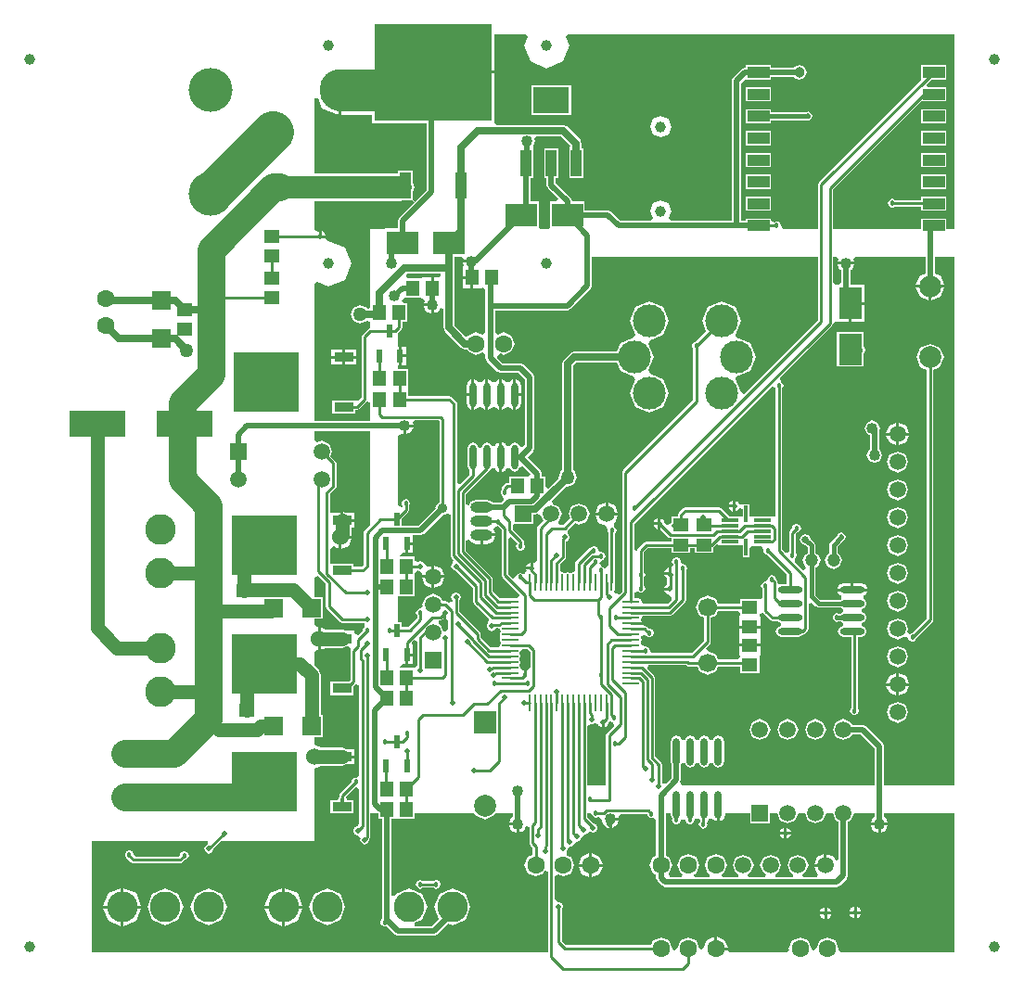
<source format=gtl>
%FSLAX25Y25*%
%MOIN*%
G70*
G01*
G75*
G04 Layer_Physical_Order=1*
G04 Layer_Color=255*
%ADD10R,0.04134X0.09449*%
%ADD11R,0.41929X0.35039*%
%ADD12R,0.01181X0.05906*%
%ADD13R,0.05906X0.01181*%
%ADD14R,0.04724X0.05512*%
%ADD15R,0.07874X0.03937*%
%ADD16O,0.02756X0.09843*%
%ADD17R,0.02362X0.04528*%
%ADD18R,0.11221X0.08465*%
%ADD19R,0.08465X0.11221*%
%ADD20R,0.12992X0.09449*%
%ADD21R,0.03937X0.09449*%
%ADD22O,0.02362X0.08858*%
%ADD23O,0.08858X0.02362*%
%ADD24R,0.06693X0.06693*%
%ADD25R,0.05512X0.04724*%
%ADD26R,0.06693X0.06693*%
%ADD27O,0.00984X0.06102*%
%ADD28O,0.06102X0.00984*%
%ADD29R,0.23228X0.21654*%
%ADD30R,0.07087X0.03543*%
%ADD31R,0.20276X0.09252*%
%ADD32C,0.01000*%
%ADD33C,0.02500*%
%ADD34C,0.02000*%
%ADD35C,0.05000*%
%ADD36C,0.15000*%
%ADD37C,0.10000*%
%ADD38C,0.01500*%
%ADD39C,0.07874*%
%ADD40C,0.06299*%
%ADD41R,0.05906X0.05906*%
%ADD42C,0.05906*%
%ADD43C,0.11000*%
%ADD44C,0.15748*%
%ADD45R,0.05906X0.05906*%
%ADD46C,0.03937*%
%ADD47C,0.07284*%
%ADD48R,0.07284X0.07284*%
%ADD49O,0.07874X0.03937*%
%ADD50O,0.07874X0.03937*%
%ADD51C,0.11811*%
%ADD52C,0.04724*%
%ADD53R,0.07874X0.07874*%
%ADD54C,0.07874*%
%ADD55C,0.06693*%
%ADD56C,0.09000*%
%ADD57C,0.02000*%
%ADD58C,0.04000*%
%ADD59C,0.01800*%
%ADD60C,0.05000*%
%ADD61C,0.06000*%
%ADD62C,0.03800*%
%ADD63C,0.02500*%
%ADD64C,0.03600*%
%ADD65C,0.15000*%
G36*
X163444Y257438D02*
X163372Y257099D01*
X162758Y256257D01*
X160954D01*
Y252501D01*
X159954D01*
Y256257D01*
X157345D01*
X157108Y256257D01*
X157091D01*
X156076Y255857D01*
X155910Y255857D01*
X151409D01*
X150925Y256958D01*
X151511Y257698D01*
X163295D01*
X163444Y257438D01*
D02*
G37*
G36*
X348110Y73701D02*
X322842D01*
Y87701D01*
X322335Y88925D01*
X316335Y94925D01*
X315110Y95433D01*
X311238D01*
X310829Y96420D01*
X308110Y97546D01*
X305391Y96420D01*
X304265Y93701D01*
X305391Y90982D01*
X308110Y89855D01*
X310829Y90982D01*
X311238Y91969D01*
X314393D01*
X319378Y86984D01*
Y73701D01*
X250103D01*
X249503Y74882D01*
X249842Y75701D01*
Y81316D01*
X249971Y81627D01*
X251250D01*
X251596Y80789D01*
X253110Y80162D01*
X254624Y80789D01*
X254971Y81627D01*
X256249D01*
X256596Y80789D01*
X258110Y80162D01*
X259624Y80789D01*
X259971Y81627D01*
X261249D01*
X261596Y80789D01*
X263110Y80162D01*
X264624Y80789D01*
X265251Y82303D01*
Y89390D01*
X264624Y90904D01*
X263110Y91531D01*
X261596Y90904D01*
X261249Y90066D01*
X259971D01*
X259624Y90904D01*
X258110Y91531D01*
X256596Y90904D01*
X256249Y90066D01*
X254971D01*
X254624Y90904D01*
X253110Y91531D01*
X251596Y90904D01*
X251250Y90066D01*
X249971D01*
X249624Y90904D01*
X248110Y91531D01*
X246596Y90904D01*
X245969Y89390D01*
Y82303D01*
X246378Y81316D01*
Y76418D01*
X244293Y74333D01*
X243009Y74515D01*
X242901Y74611D01*
Y81164D01*
X242552Y82006D01*
X240501Y84057D01*
Y112364D01*
X240152Y113206D01*
X237529Y115828D01*
X237981Y116920D01*
X251608D01*
X251668Y116859D01*
X252510Y116510D01*
X255532D01*
X256290Y114680D01*
X259310Y113429D01*
X262331Y114680D01*
X263089Y116510D01*
X271154D01*
Y113995D01*
X277866D01*
Y119501D01*
X277866Y119667D01*
X278266Y120682D01*
Y120699D01*
X278266Y120935D01*
Y123544D01*
X270754D01*
Y120935D01*
X270754Y120699D01*
Y120682D01*
X270994Y120073D01*
X270507Y119126D01*
X270226Y118892D01*
X263089D01*
X262331Y120721D01*
X259310Y121973D01*
X259299Y121968D01*
X258643Y122950D01*
X260152Y124459D01*
X260254Y124706D01*
X260501Y125301D01*
Y133922D01*
X262331Y134680D01*
X263089Y136510D01*
X270319D01*
X271154Y135675D01*
Y135101D01*
X271154Y134935D01*
X270754Y133920D01*
Y133903D01*
X270754Y133667D01*
Y131058D01*
X278266D01*
Y133667D01*
X278266Y133903D01*
Y133920D01*
X277905Y134837D01*
X278059Y135492D01*
X279041Y135627D01*
X279304Y135624D01*
X281768Y133159D01*
X282015Y133057D01*
X282610Y132810D01*
X284207D01*
X284279Y132638D01*
X285642Y132073D01*
Y130929D01*
X284279Y130364D01*
X283714Y129001D01*
X284279Y127638D01*
X285642Y127073D01*
X292138D01*
X293501Y127638D01*
X293606Y127891D01*
X294252Y128159D01*
X295352Y129259D01*
X295454Y129506D01*
X295701Y130101D01*
Y138900D01*
X296792Y139353D01*
X298177Y137968D01*
X299210Y137540D01*
X299210Y137540D01*
X306956D01*
X308083Y137073D01*
Y135929D01*
X306956Y135462D01*
X306202D01*
X305810Y135624D01*
X304662Y135149D01*
X304187Y134001D01*
X304662Y132853D01*
X305810Y132377D01*
X306202Y132540D01*
X306956D01*
X308083Y132073D01*
Y130929D01*
X306719Y130364D01*
X306155Y129001D01*
X306719Y127638D01*
X308083Y127073D01*
X310920D01*
Y101546D01*
X310487Y100501D01*
X310962Y99353D01*
X312110Y98877D01*
X313258Y99353D01*
X313734Y100501D01*
X313301Y101546D01*
Y127073D01*
X314579D01*
X315942Y127638D01*
X316507Y129001D01*
X315942Y130364D01*
X314579Y130929D01*
Y132073D01*
X315942Y132638D01*
X316507Y134001D01*
X315942Y135364D01*
X314579Y135929D01*
Y137073D01*
X315942Y137638D01*
X316507Y139001D01*
X315942Y140364D01*
X315263Y140645D01*
X315263Y141924D01*
X316248Y142332D01*
X316733Y143501D01*
X305929D01*
X306413Y142332D01*
X307398Y141924D01*
X307398Y140645D01*
X306956Y140462D01*
X299816D01*
X298134Y142143D01*
Y151946D01*
X298940Y152280D01*
X299880Y154547D01*
X298940Y156815D01*
X298134Y157148D01*
Y159938D01*
X297707Y160971D01*
X297707Y160971D01*
X296467Y162210D01*
X295926Y163517D01*
X294510Y164103D01*
X293094Y163517D01*
X292508Y162101D01*
X293094Y160685D01*
X294401Y160144D01*
X295212Y159333D01*
Y157148D01*
X294406Y156815D01*
X293467Y154547D01*
X294406Y152280D01*
X294799Y152117D01*
Y151566D01*
X293618Y151077D01*
X290538Y154157D01*
X290768Y155315D01*
X290858Y155353D01*
X291334Y156501D01*
X290901Y157546D01*
Y164008D01*
X291413Y164520D01*
X292458Y164953D01*
X292934Y166101D01*
X292458Y167249D01*
X291310Y167724D01*
X290162Y167249D01*
X289729Y166204D01*
X288868Y165343D01*
X288520Y164501D01*
Y157846D01*
X287764Y157396D01*
X287376Y157319D01*
X286101Y158594D01*
Y216256D01*
X286534Y217301D01*
X286058Y218449D01*
X285602Y218638D01*
X285309Y220016D01*
X304152Y238859D01*
X304485Y239663D01*
X305378Y240358D01*
Y240358D01*
X310110D01*
Y246969D01*
X310610D01*
Y247469D01*
X315843D01*
Y253579D01*
X310748D01*
Y258876D01*
X311312Y259110D01*
X312056Y260906D01*
X305976D01*
X306720Y259110D01*
X307284Y258876D01*
Y254414D01*
X306449Y253579D01*
X305378D01*
X304501Y254313D01*
Y263701D01*
X305656D01*
X306312Y262719D01*
X305976Y261906D01*
X312056D01*
X311719Y262719D01*
X312375Y263701D01*
X337579D01*
Y257776D01*
X335532Y256928D01*
X334174Y253650D01*
X344448D01*
X343090Y256928D01*
X341043Y257776D01*
Y263701D01*
X348110D01*
Y73701D01*
D02*
G37*
G36*
X153972Y283211D02*
X148618Y277858D01*
X148111Y276633D01*
Y273933D01*
X143232D01*
Y273701D01*
X138110D01*
Y245397D01*
X136929Y245162D01*
X136883Y245273D01*
X134510Y246256D01*
X132138Y245273D01*
X131155Y242901D01*
X132138Y240528D01*
X134510Y239545D01*
X136883Y240528D01*
X136929Y240640D01*
X138110Y240405D01*
Y238108D01*
X137297Y237771D01*
X135268Y235743D01*
X134920Y234901D01*
Y212994D01*
X133848Y211922D01*
X132667Y212096D01*
Y212096D01*
X124380D01*
Y207353D01*
X132667D01*
Y208534D01*
X133334D01*
X134176Y208883D01*
X136929Y211636D01*
X137058Y211632D01*
X138110Y211368D01*
Y204633D01*
X118110D01*
Y254158D01*
X119092Y254814D01*
X123150Y253133D01*
X128882Y255508D01*
X131256Y261240D01*
X128882Y266973D01*
X123150Y269347D01*
X122860Y269227D01*
X121956Y270131D01*
X122068Y270401D01*
X120110D01*
Y270901D01*
X119610D01*
Y272859D01*
X119291Y272726D01*
X118110Y273505D01*
Y283790D01*
X149082D01*
X149842Y284105D01*
X153195D01*
X153972Y283211D01*
D02*
G37*
G36*
X122120Y146059D02*
Y138101D01*
X122468Y137259D01*
X127268Y132459D01*
X128110Y132110D01*
X135672D01*
X135686Y132076D01*
X136145Y131886D01*
Y130607D01*
X135762Y130449D01*
X135329Y129404D01*
X133697Y127771D01*
X132516Y128261D01*
Y129248D01*
X129382D01*
X127972Y129832D01*
X122038D01*
X120186Y130599D01*
Y126476D01*
Y122354D01*
X122038Y123121D01*
X127972D01*
X129382Y123705D01*
X130487D01*
X131095Y122524D01*
X130920Y122101D01*
Y111394D01*
X130421Y110895D01*
X123829D01*
Y106152D01*
X132116D01*
Y109213D01*
X132956Y110045D01*
X133017Y110044D01*
X134120Y109791D01*
Y77302D01*
X132939Y76513D01*
X132910Y76524D01*
X131762Y76049D01*
X131329Y75004D01*
X127268Y70943D01*
X126920Y70101D01*
Y69546D01*
X126487Y68501D01*
X126416Y68395D01*
X123829D01*
Y63652D01*
X132116D01*
Y68395D01*
X129804D01*
X129734Y68501D01*
X129301Y69546D01*
Y69608D01*
X132939Y73245D01*
X133138Y73228D01*
X134120Y72500D01*
Y60124D01*
X133710Y59033D01*
X132486Y58525D01*
X131978Y57301D01*
X132486Y56076D01*
X133710Y55569D01*
X134612Y54664D01*
X134379Y54101D01*
X134886Y52876D01*
X136110Y52369D01*
X137335Y52876D01*
X137842Y54101D01*
X137806Y54188D01*
X138101Y54901D01*
Y62524D01*
X138110Y63701D01*
X140667D01*
X141054Y63541D01*
Y61644D01*
X142378D01*
Y25738D01*
X142162Y25649D01*
X141687Y24501D01*
X142162Y23353D01*
X143310Y22877D01*
X143858Y23104D01*
X146886Y20076D01*
X148110Y19569D01*
X160910D01*
X162135Y20076D01*
X166072Y24013D01*
X167559Y23397D01*
X172228Y25331D01*
X174162Y30000D01*
X172228Y34669D01*
X167559Y36603D01*
X162890Y34669D01*
X160957Y30000D01*
X162774Y25613D01*
X160193Y23033D01*
X154174D01*
X153939Y24214D01*
X156637Y25331D01*
X158571Y30000D01*
X156637Y34669D01*
X151969Y36603D01*
X147300Y34669D01*
X147001Y33946D01*
X145842Y34177D01*
Y61535D01*
X146978Y61644D01*
X148140D01*
Y61644D01*
X154065D01*
Y63701D01*
X175493D01*
X175838Y62868D01*
X179310Y61429D01*
X182783Y62868D01*
X183128Y63701D01*
X189419D01*
Y62248D01*
X188814Y61997D01*
X188070Y60201D01*
X191110D01*
Y59701D01*
X191610D01*
Y56661D01*
X193406Y57405D01*
X194039Y58931D01*
X195220Y58696D01*
Y53001D01*
X195568Y52159D01*
X196369Y51359D01*
Y48565D01*
X194689Y47870D01*
X193501Y45000D01*
X194689Y42130D01*
X197559Y40942D01*
X200429Y42130D01*
X200780Y42979D01*
X201961Y42744D01*
Y13701D01*
X38110D01*
Y53701D01*
X79603D01*
X79838Y52520D01*
X78886Y52125D01*
X78378Y50901D01*
X78886Y49676D01*
X80110Y49169D01*
X81335Y49676D01*
X81842Y50901D01*
X81828Y50935D01*
X84594Y53701D01*
X118110D01*
Y79698D01*
X120338Y80621D01*
X127972D01*
X129382Y81205D01*
X132516D01*
Y83476D01*
X127972D01*
Y84476D01*
X132516D01*
Y86748D01*
X129382D01*
X127972Y87332D01*
X120338D01*
X118110Y88254D01*
Y91054D01*
X120856D01*
Y98946D01*
X120265D01*
Y113302D01*
X119282Y115674D01*
X118110Y116846D01*
Y121737D01*
X119092Y122393D01*
X119186Y122354D01*
Y126476D01*
Y130599D01*
X119092Y130560D01*
X118110Y131216D01*
Y133554D01*
X120856D01*
Y141446D01*
X118110D01*
Y148398D01*
X119291Y148888D01*
X122120Y146059D01*
D02*
G37*
G36*
X184008Y166920D02*
X185320Y165608D01*
Y149301D01*
X185668Y148459D01*
X191826Y142301D01*
X191752Y141858D01*
X190866Y140946D01*
X188328D01*
X188307Y140954D01*
X184540D01*
X182101Y143394D01*
Y147996D01*
X181752Y148838D01*
X172501Y158089D01*
Y161647D01*
X173682Y161882D01*
X173870Y161429D01*
X176142Y160488D01*
X177610D01*
Y163701D01*
X178110D01*
Y164201D01*
X183085D01*
X182466Y165694D01*
X182688Y166374D01*
X183984Y166929D01*
X184008Y166920D01*
D02*
G37*
G36*
X155910Y249145D02*
X156076Y249145D01*
X157091Y248745D01*
X157594Y247564D01*
X157319Y246900D01*
X160359D01*
Y246400D01*
X160859D01*
Y243360D01*
X162655Y244104D01*
X163195Y245406D01*
X164376Y245171D01*
Y238233D01*
X164962Y236817D01*
X170694Y231085D01*
X172110Y230498D01*
X172881D01*
X173240Y229631D01*
X176110Y228442D01*
X178290Y229345D01*
X179471Y228579D01*
Y227408D01*
X179979Y226183D01*
X183686Y222476D01*
X184910Y221969D01*
X191393D01*
X193579Y219783D01*
Y196026D01*
X192818Y195402D01*
X191611Y195718D01*
X191374Y196292D01*
X190010Y196856D01*
X188647Y196292D01*
X188366Y195613D01*
X187088Y195613D01*
X186680Y196598D01*
X185510Y197082D01*
Y191680D01*
Y186279D01*
X186680Y186763D01*
X187088Y187748D01*
X188366Y187748D01*
X188647Y187069D01*
X190010Y186504D01*
X191374Y187069D01*
X191739Y187952D01*
X193029Y188333D01*
X195524Y185838D01*
X195091Y184657D01*
X194510D01*
X193929D01*
X193910Y184657D01*
X188005D01*
Y182492D01*
X187310D01*
X186715Y182245D01*
X186468Y182143D01*
X185668Y181343D01*
X185320Y180501D01*
Y179946D01*
X184887Y178901D01*
X185362Y177753D01*
X185843Y177553D01*
X186118Y176313D01*
X185342Y175433D01*
X182142D01*
X182045Y175667D01*
X180079Y176481D01*
X176142D01*
X174176Y175667D01*
X173682Y174474D01*
X172501Y174709D01*
Y178408D01*
X180852Y186759D01*
X180899Y186873D01*
X181374Y187069D01*
X181655Y187748D01*
X182933Y187748D01*
X183341Y186763D01*
X184510Y186279D01*
Y191680D01*
Y197082D01*
X183341Y196598D01*
X182933Y195613D01*
X181655Y195613D01*
X181374Y196292D01*
X180010Y196856D01*
X178647Y196292D01*
X178082Y194928D01*
X176938D01*
X176374Y196292D01*
X175010Y196856D01*
X173647Y196292D01*
X173082Y194928D01*
Y188432D01*
X173647Y187069D01*
X173820Y186998D01*
Y185494D01*
X170392Y182067D01*
X169301Y182518D01*
Y210901D01*
X168952Y211743D01*
X167353Y213342D01*
X166511Y213691D01*
X151565D01*
Y215856D01*
X151565D01*
Y216644D01*
X151565D01*
Y223356D01*
X148110D01*
Y224807D01*
X148299D01*
Y228071D01*
Y231335D01*
X148110D01*
Y236417D01*
X149295Y237602D01*
X149644Y238444D01*
Y240345D01*
X151416D01*
Y247057D01*
X150158D01*
X149475Y248108D01*
X149564Y248323D01*
X150405Y249145D01*
X150405Y249145D01*
X150405Y249145D01*
X155910D01*
D02*
G37*
G36*
X166920Y170893D02*
Y156271D01*
X167268Y155429D01*
X167899Y154798D01*
X167686Y153725D01*
X167178Y152501D01*
X167686Y151276D01*
X168910Y150769D01*
X168944Y150783D01*
X174920Y144808D01*
Y139701D01*
X175268Y138859D01*
X180654Y133474D01*
X180486Y132125D01*
X180486D01*
X180486Y132125D01*
X179979Y130901D01*
X180486Y129676D01*
X181710Y129169D01*
X182935Y129676D01*
X183203Y130323D01*
X183475D01*
X184566Y129921D01*
X184566Y129921D01*
X184867Y128937D01*
X184829Y128813D01*
X184566Y127953D01*
Y127953D01*
X184566Y127953D01*
X184649Y127752D01*
X184672Y127698D01*
X184810Y126574D01*
X184566Y125984D01*
X184912Y125148D01*
X184912Y124852D01*
X184566Y124016D01*
X184046Y123238D01*
X181320D01*
X177801Y126757D01*
Y128001D01*
X177554Y128596D01*
X177452Y128843D01*
X170101Y136194D01*
Y140062D01*
X170135Y140076D01*
X170642Y141301D01*
X170135Y142525D01*
X168910Y143033D01*
X167686Y142525D01*
X167178Y141301D01*
X167686Y140076D01*
X167471Y139684D01*
X166079Y139416D01*
X165952Y139543D01*
X165110Y139892D01*
X163963D01*
X163329Y141420D01*
X160610Y142546D01*
X157891Y141420D01*
X156765Y138701D01*
X156949Y138255D01*
X156110Y137324D01*
X154962Y136849D01*
X154487Y135701D01*
X154920Y134656D01*
Y133794D01*
X151745Y130620D01*
X149340D01*
Y132293D01*
X148110D01*
Y140475D01*
X148140Y141644D01*
X149291Y141644D01*
X154065D01*
Y148356D01*
X154065D01*
Y149144D01*
X154065D01*
Y150037D01*
X155108Y150884D01*
X155939Y150839D01*
X156649Y149952D01*
X156772Y149764D01*
X156539Y149201D01*
X160110D01*
Y152772D01*
X158932Y152284D01*
X158682Y152334D01*
X158534Y152363D01*
X157625Y153021D01*
Y153021D01*
X157625Y153021D01*
X157334Y153725D01*
X156903Y153903D01*
X156109Y154232D01*
X155246Y153874D01*
X154065Y154447D01*
Y155856D01*
X149291D01*
X148703Y155856D01*
X148606Y156340D01*
X149596Y157307D01*
X150799D01*
Y160571D01*
X151299D01*
Y161071D01*
X153480D01*
Y163569D01*
X156110D01*
X157335Y164076D01*
X164005Y170747D01*
X164110Y170703D01*
X165739Y171378D01*
X166920Y170893D01*
D02*
G37*
G36*
X171519Y262719D02*
X171470Y262601D01*
X174510D01*
Y261601D01*
X171470D01*
X171789Y260831D01*
X171205Y259957D01*
X171205D01*
Y256701D01*
X174567D01*
Y256201D01*
X175067D01*
Y252445D01*
X177929D01*
Y252445D01*
X178290Y252634D01*
X179329Y252144D01*
X179471Y251987D01*
Y246101D01*
Y236423D01*
X178290Y235656D01*
X176110Y236559D01*
X173240Y235371D01*
X172266Y235177D01*
X168380Y239063D01*
Y259701D01*
Y263701D01*
X170863D01*
X171519Y262719D01*
D02*
G37*
G36*
X225336Y96246D02*
X225705Y94979D01*
X223117Y92392D01*
X222768Y91550D01*
Y73701D01*
X216171D01*
Y94928D01*
X217352Y95717D01*
X217710Y95569D01*
X218935Y96076D01*
X219943Y95541D01*
X220180Y94970D01*
X221210Y94543D01*
Y96501D01*
X222210D01*
Y94543D01*
X223241Y94970D01*
X223757Y96215D01*
X224491Y96561D01*
X225336Y96246D01*
D02*
G37*
G36*
X154920Y125388D02*
Y116643D01*
X154065Y115856D01*
X153790Y115856D01*
X148703D01*
X148606Y116340D01*
X149596Y117307D01*
X150799D01*
Y120571D01*
X151299D01*
Y121071D01*
X153480D01*
Y123835D01*
X153367D01*
X152878Y125016D01*
X153739Y125877D01*
X154920Y125388D01*
D02*
G37*
G36*
X195568Y121759D02*
Y115866D01*
X194387Y115077D01*
X194210Y115150D01*
Y113301D01*
X193210D01*
Y115150D01*
X192855Y115003D01*
X191951Y115907D01*
X192048Y116142D01*
X191804Y116731D01*
X191943Y117855D01*
X191967Y117913D01*
X192048Y118110D01*
X192048Y118110D01*
Y118110D01*
X191785Y118971D01*
X191747Y119095D01*
X191785Y119218D01*
X192048Y120079D01*
Y120079D01*
X192048Y120079D01*
X191959Y120294D01*
X191943Y120334D01*
X191804Y121458D01*
X192048Y122047D01*
X192568Y122825D01*
X194502D01*
X195568Y121759D01*
D02*
G37*
G36*
X283573Y216610D02*
X283720Y216256D01*
Y170338D01*
X282569Y170265D01*
Y170265D01*
X275463D01*
Y170265D01*
X274301Y170311D01*
Y174754D01*
X272083D01*
X271920Y174754D01*
X270772Y174833D01*
X270772D01*
X270441Y175632D01*
X269410Y176058D01*
Y174101D01*
Y172143D01*
X270441Y172570D01*
X270739Y173289D01*
X271920Y173054D01*
Y170311D01*
X270758Y170265D01*
X270758Y170265D01*
X270758Y170265D01*
X267230D01*
X264152Y173343D01*
X263310Y173691D01*
X251310D01*
X250468Y173343D01*
X248868Y171743D01*
X248520Y170901D01*
Y170206D01*
X246354D01*
Y168237D01*
X246086Y168125D01*
X245923Y167733D01*
X244656Y167365D01*
X244065Y167800D01*
X243431Y169331D01*
X242400Y169758D01*
Y167800D01*
Y165616D01*
X245076Y162940D01*
X245323Y162838D01*
X245918Y162591D01*
X246354D01*
Y161348D01*
X237367D01*
X236525Y160999D01*
X234468Y158943D01*
X234120Y158101D01*
X233002Y158253D01*
Y167709D01*
X282195Y216902D01*
X283573Y216610D01*
D02*
G37*
G36*
X162920Y204808D02*
Y175405D01*
X162273Y175138D01*
X161513Y173301D01*
X161556Y173196D01*
X155393Y167033D01*
X149340D01*
Y169527D01*
X151696Y171882D01*
X152044Y172724D01*
Y173856D01*
X152477Y174901D01*
X152002Y176049D01*
X150854Y176524D01*
X149706Y176049D01*
X149230Y174901D01*
X149606Y173993D01*
X149459Y173736D01*
X149291Y173637D01*
X148110Y174314D01*
Y199369D01*
X149291Y200159D01*
X150010Y199861D01*
Y202901D01*
X150510D01*
Y203401D01*
X153550D01*
X153332Y203928D01*
X153988Y204910D01*
X162817D01*
X162920Y204808D01*
D02*
G37*
G36*
X348110Y273701D02*
X345088D01*
Y277450D01*
X336014D01*
Y273701D01*
X304501D01*
Y288008D01*
X336051Y319557D01*
X345088D01*
Y324694D01*
X338473D01*
X338021Y325786D01*
X339667Y327432D01*
X345088D01*
Y332569D01*
X336014D01*
Y327432D01*
X336014Y327432D01*
X336014D01*
X335397Y326530D01*
X299268Y290401D01*
X298920Y289559D01*
Y273701D01*
X286515D01*
X285726Y274882D01*
X285734Y274901D01*
X285258Y276049D01*
X284110Y276524D01*
X283277Y276179D01*
X282096Y276666D01*
Y277450D01*
X273022D01*
Y276614D01*
X271442D01*
Y326184D01*
X272102Y326844D01*
X273022Y327432D01*
Y327432D01*
X273022Y327432D01*
X282096D01*
Y328268D01*
X290222D01*
X290298Y328087D01*
X292211Y327294D01*
X294125Y328087D01*
X294917Y330000D01*
X294125Y331913D01*
X292211Y332706D01*
X290298Y331913D01*
X290222Y331732D01*
X282096D01*
Y332569D01*
X273022D01*
Y331732D01*
X272810D01*
X271585Y331225D01*
X268486Y328125D01*
X267979Y326901D01*
Y276614D01*
X245920D01*
X245365Y277795D01*
X246356Y280186D01*
X245229Y282905D01*
X242510Y284031D01*
X239791Y282905D01*
X238665Y280186D01*
X239655Y277795D01*
X239101Y276614D01*
X228046D01*
X224735Y279925D01*
X223510Y280433D01*
X215088D01*
Y283533D01*
X210610D01*
Y283733D01*
X210103Y284958D01*
X204842Y290218D01*
Y291959D01*
X205679D01*
Y302608D01*
X200542D01*
Y291959D01*
X201378D01*
Y289501D01*
X201886Y288276D01*
X205538Y284624D01*
X205086Y283533D01*
X202668D01*
Y273869D01*
X201556Y273701D01*
X199664D01*
X198553Y273869D01*
Y283533D01*
X195787D01*
Y291959D01*
X196624D01*
Y302608D01*
X196624Y302608D01*
X196687Y303763D01*
X197325Y305301D01*
X196966Y306166D01*
X197622Y307148D01*
X206631D01*
X209990Y303789D01*
X209746Y302608D01*
X209597D01*
Y291959D01*
X214734D01*
Y302608D01*
X214168D01*
Y304446D01*
X213753Y305447D01*
X213581Y305862D01*
X208876Y310567D01*
X207460Y311153D01*
X183547D01*
X182575Y311658D01*
Y329677D01*
X160610D01*
Y330677D01*
X182575D01*
Y343701D01*
X194030D01*
X194687Y342719D01*
X193389Y339587D01*
X195764Y333854D01*
X201496Y331480D01*
X207228Y333854D01*
X209603Y339587D01*
X208306Y342719D01*
X208962Y343701D01*
X348110D01*
Y273701D01*
D02*
G37*
G36*
X263610Y60645D02*
X264930Y61192D01*
X265684Y63012D01*
Y63701D01*
X274557D01*
Y60148D01*
X281663D01*
Y63701D01*
X284265D01*
X285391Y60982D01*
X288110Y59855D01*
X290829Y60982D01*
X291956Y63701D01*
X294265D01*
X295391Y60982D01*
X298110Y59855D01*
X300829Y60982D01*
X301956Y63701D01*
X304265D01*
X305391Y60982D01*
X306379Y60573D01*
Y46914D01*
X305197Y46679D01*
X304640Y48025D01*
X302114Y49071D01*
Y45000D01*
X301614D01*
Y44500D01*
X297543D01*
X298589Y41975D01*
X298977Y41814D01*
X298743Y40633D01*
X293598D01*
X293363Y41814D01*
X294491Y42281D01*
X295617Y45000D01*
X294491Y47719D01*
X291772Y48845D01*
X289053Y47719D01*
X287926Y45000D01*
X289053Y42281D01*
X290180Y41814D01*
X289945Y40633D01*
X283756D01*
X283521Y41814D01*
X284648Y42281D01*
X285775Y45000D01*
X284648Y47719D01*
X281929Y48845D01*
X279210Y47719D01*
X278084Y45000D01*
X279210Y42281D01*
X280338Y41814D01*
X280103Y40633D01*
X273913D01*
X273678Y41814D01*
X274806Y42281D01*
X275932Y45000D01*
X274806Y47719D01*
X272087Y48845D01*
X269368Y47719D01*
X268241Y45000D01*
X269368Y42281D01*
X270495Y41814D01*
X270260Y40633D01*
X264585D01*
X264350Y41814D01*
X265114Y42130D01*
X266303Y45000D01*
X265114Y47870D01*
X262244Y49059D01*
X259374Y47870D01*
X258186Y45000D01*
X259374Y42130D01*
X260138Y41814D01*
X259903Y40633D01*
X254742D01*
X254507Y41814D01*
X255272Y42130D01*
X256460Y45000D01*
X255272Y47870D01*
X252402Y49059D01*
X249532Y47870D01*
X248343Y45000D01*
X249532Y42130D01*
X250296Y41814D01*
X250061Y40633D01*
X245769D01*
X245542Y40914D01*
X245429Y42130D01*
X246618Y45000D01*
X245429Y47870D01*
X244291Y48341D01*
Y63701D01*
X245969D01*
Y63012D01*
X246582Y61532D01*
X246487Y61301D01*
X246962Y60153D01*
X248110Y59677D01*
X249258Y60153D01*
X249734Y61301D01*
X249765Y61352D01*
X251198Y61418D01*
X251287Y61301D01*
X251762Y60153D01*
X252910Y59677D01*
X254058Y60153D01*
X254534Y61301D01*
X254534D01*
X254534Y61301D01*
X254624Y61498D01*
X254685Y61645D01*
X256040Y61830D01*
X256520Y61266D01*
Y60746D01*
X256087Y59701D01*
X256562Y58553D01*
X257710Y58077D01*
X258858Y58553D01*
X259334Y59701D01*
X259166Y60107D01*
X259624Y61498D01*
X259755Y61813D01*
X261033D01*
X261290Y61192D01*
X262610Y60645D01*
Y66555D01*
X263610D01*
Y60645D01*
D02*
G37*
G36*
X348110Y13701D02*
X306985D01*
X306329Y14683D01*
X306460Y15000D01*
X305272Y17870D01*
X302402Y19059D01*
X299532Y17870D01*
X298343Y15000D01*
X297480Y14265D01*
X296618Y15000D01*
X295429Y17870D01*
X292559Y19059D01*
X289689Y17870D01*
X288501Y15000D01*
X288632Y14683D01*
X287976Y13701D01*
X267261D01*
X266726Y14500D01*
X262244D01*
Y15000D01*
X261744D01*
Y19284D01*
X259068Y18176D01*
X257753Y15000D01*
X257106Y14752D01*
X256460Y15000D01*
X255272Y17870D01*
X252402Y19059D01*
X249532Y17870D01*
X248343Y15000D01*
X247480Y14265D01*
X246618Y15000D01*
X245429Y17870D01*
X242559Y19059D01*
X239689Y17870D01*
X238994Y16191D01*
X208504D01*
X206901Y17794D01*
Y28862D01*
X206935Y28876D01*
X207442Y30101D01*
X206935Y31325D01*
X205710Y31833D01*
X205524Y31755D01*
X204343Y32545D01*
Y40930D01*
X205524Y41719D01*
X207402Y40942D01*
X210272Y42130D01*
X211460Y45000D01*
X210272Y47870D01*
X208766Y48493D01*
X208535Y49676D01*
X208924Y50616D01*
X209408Y51203D01*
X209995Y51687D01*
X210935Y52076D01*
X211184Y52677D01*
X212359Y53468D01*
X213584Y53975D01*
X213973Y54915D01*
X214457Y55502D01*
X215044Y55986D01*
X215984Y56375D01*
X215986Y56381D01*
X216735Y57175D01*
X217353Y56919D01*
X217959Y56668D01*
X219184Y57175D01*
X219691Y58400D01*
X219184Y59625D01*
X218450Y59928D01*
X216171Y62208D01*
Y63701D01*
X217487D01*
X217962Y62553D01*
X219110Y62077D01*
X220156Y62510D01*
X220504D01*
X221112Y61600D01*
X222063Y59304D01*
X222575Y59092D01*
X222791Y58571D01*
X223859Y58128D01*
Y61600D01*
X224359D01*
Y62100D01*
X227399D01*
X227222Y62527D01*
X227878Y63509D01*
X237416D01*
X237528Y63397D01*
X237961Y62352D01*
X239109Y61876D01*
X239646Y62099D01*
X240827Y61379D01*
Y48341D01*
X239689Y47870D01*
X238501Y45000D01*
X239689Y42130D01*
X240827Y41659D01*
Y40452D01*
X241335Y39227D01*
X242886Y37676D01*
X244110Y37169D01*
X305710D01*
X306935Y37676D01*
X309335Y40076D01*
X309842Y41301D01*
Y60573D01*
X310829Y60982D01*
X311956Y63701D01*
X319378D01*
Y62231D01*
X318814Y61997D01*
X318070Y60201D01*
X324150D01*
X323406Y61997D01*
X322842Y62231D01*
Y63701D01*
X348110D01*
Y13701D01*
D02*
G37*
G36*
X127810Y314609D02*
X128356Y314835D01*
X138646D01*
Y311658D01*
X158379D01*
Y287618D01*
X154171Y283410D01*
X153277Y284187D01*
Y286973D01*
X153993Y288701D01*
X153277Y290428D01*
Y294754D01*
X147943D01*
Y293612D01*
X118110D01*
Y320574D01*
X119269Y320805D01*
X120805Y317097D01*
X126810Y314609D01*
Y323602D01*
X127810D01*
Y314609D01*
D02*
G37*
G36*
X298920Y240994D02*
X272388Y214462D01*
X271213Y214958D01*
X269303Y219568D01*
X269478Y220175D01*
X269784Y220728D01*
X274597Y222722D01*
X276659Y227701D01*
X274597Y232680D01*
X269784Y234673D01*
X269478Y235226D01*
X269303Y235834D01*
X271297Y240646D01*
X269234Y245625D01*
X264255Y247687D01*
X259276Y245625D01*
X257214Y240646D01*
X258783Y236857D01*
X255207Y233282D01*
X254162Y232849D01*
X253687Y231701D01*
X254120Y230656D01*
Y212194D01*
X228868Y186943D01*
X228520Y186101D01*
Y143394D01*
X227618Y142492D01*
X226283Y142679D01*
X225798Y143481D01*
X225922Y143993D01*
X226005Y144193D01*
Y146731D01*
X226013Y146752D01*
Y164134D01*
X226058Y164153D01*
X226534Y165301D01*
X226058Y166449D01*
X225556Y166657D01*
Y167935D01*
X226136Y168175D01*
X227182Y170701D01*
X219039D01*
X220085Y168175D01*
X222815Y167045D01*
X223506Y165831D01*
X223287Y165301D01*
X223632Y164467D01*
Y152612D01*
X222451Y151712D01*
X222148Y151795D01*
X222109Y151843D01*
X222034Y152024D01*
X221092Y152415D01*
X220868Y152535D01*
X220334Y153550D01*
X220562Y154101D01*
X221571Y154751D01*
X222058Y154953D01*
X222534Y156101D01*
X222058Y157249D01*
X220910Y157724D01*
X220134Y158101D01*
X219658Y159249D01*
X218510Y159724D01*
X217362Y159249D01*
X217312Y159126D01*
X216868Y158943D01*
X212170Y154244D01*
X211821Y153402D01*
Y151013D01*
X211043Y150493D01*
X210208Y150147D01*
X209911Y150147D01*
X209075Y150493D01*
X208239Y150147D01*
X207942Y150147D01*
X207106Y150493D01*
X206329Y151013D01*
Y153035D01*
X208152Y154859D01*
X208254Y155105D01*
X208501Y155701D01*
Y161331D01*
X209335Y161676D01*
X209842Y162901D01*
X209335Y164125D01*
X209268Y164153D01*
X209138Y164498D01*
X209096Y165503D01*
X211582Y167989D01*
X213110Y167355D01*
X215829Y168482D01*
X216956Y171201D01*
X215829Y173920D01*
X213110Y175046D01*
X210391Y173920D01*
X209265Y171201D01*
X209898Y169672D01*
X207517Y167291D01*
X206042D01*
X205807Y168473D01*
X205829Y168482D01*
X206956Y171201D01*
X205829Y173920D01*
X203765Y174775D01*
X203456Y176137D01*
X208618Y181299D01*
X208988Y181145D01*
X211361Y182128D01*
X212343Y184501D01*
X211361Y186873D01*
X210990Y187027D01*
Y224549D01*
X212140Y225698D01*
X226791D01*
X228024Y222722D01*
X232837Y220728D01*
X233142Y220175D01*
X233317Y219568D01*
X231324Y214756D01*
X233386Y209777D01*
X238365Y207714D01*
X243344Y209777D01*
X245407Y214756D01*
X243344Y219735D01*
X238532Y221728D01*
X238226Y222281D01*
X238051Y222888D01*
X240045Y227701D01*
X238051Y232513D01*
X238226Y233120D01*
X238532Y233674D01*
X243344Y235667D01*
X245407Y240646D01*
X243344Y245625D01*
X238365Y247687D01*
X233386Y245625D01*
X231324Y240646D01*
X233317Y235834D01*
X233142Y235226D01*
X232837Y234673D01*
X228024Y232680D01*
X226791Y229703D01*
X211310D01*
X209894Y229117D01*
X207572Y226795D01*
X206986Y225378D01*
Y187027D01*
X206615Y186873D01*
X205633Y184501D01*
X205786Y184131D01*
X202107Y180452D01*
X201016Y180904D01*
Y184657D01*
X199785D01*
Y185758D01*
X199278Y186982D01*
X194560Y191701D01*
X196535Y193676D01*
X197042Y194901D01*
Y220501D01*
X196535Y221725D01*
X193335Y224925D01*
X192110Y225433D01*
X185628D01*
X183614Y227447D01*
X183677Y228106D01*
X184931Y228866D01*
X185953Y228442D01*
X188823Y229631D01*
X190011Y232501D01*
X188823Y235371D01*
X185953Y236559D01*
X184116Y235799D01*
X182935Y236588D01*
Y244369D01*
X208910D01*
X210135Y244876D01*
X217335Y252076D01*
X217842Y253301D01*
Y263701D01*
X298920D01*
Y240994D01*
D02*
G37*
G36*
X138110Y167385D02*
X136068Y165343D01*
X135720Y164501D01*
Y152994D01*
X134940Y152214D01*
X132116D01*
Y153395D01*
X123829D01*
X123701Y154523D01*
Y158844D01*
X124882Y159577D01*
X126810Y158778D01*
Y162901D01*
X127310D01*
Y163401D01*
X131433D01*
X131328Y163654D01*
Y166205D01*
X132516D01*
Y168476D01*
X127972D01*
Y168976D01*
X127472D01*
Y172125D01*
X126563Y171748D01*
X123701D01*
Y178408D01*
X125505Y180212D01*
X125854Y181054D01*
Y189648D01*
X125505Y190490D01*
X123823Y192172D01*
X124456Y193701D01*
X123329Y196420D01*
X120610Y197546D01*
X119092Y196918D01*
X118110Y197574D01*
Y201169D01*
X138110D01*
Y167385D01*
D02*
G37*
G36*
X199477Y170646D02*
X199514Y170599D01*
X200279Y168753D01*
X198390Y166865D01*
X198042Y166023D01*
Y154344D01*
X196861Y153555D01*
X196610Y153658D01*
Y151701D01*
X196110D01*
Y151201D01*
X194153D01*
X194195Y151099D01*
X193645Y149935D01*
X193466Y149773D01*
X193025Y149771D01*
X192067Y150168D01*
X190919Y149692D01*
X190496Y148670D01*
X189352Y148143D01*
X187701Y149794D01*
Y162483D01*
X188792Y162935D01*
X190876Y160851D01*
Y160703D01*
X190443Y159658D01*
X190919Y158510D01*
X192067Y158034D01*
X193215Y158510D01*
X193691Y159658D01*
X193258Y160703D01*
Y161344D01*
X192909Y162186D01*
X189301Y165794D01*
Y166573D01*
X189558Y167648D01*
X196663D01*
Y170901D01*
X197391D01*
X198174Y171225D01*
X199477Y170646D01*
D02*
G37*
G36*
X165410Y133448D02*
X166120Y132974D01*
Y129680D01*
X165030Y128899D01*
X164275Y129136D01*
X163329Y131420D01*
X162583Y131729D01*
X162818Y132910D01*
X163310D01*
X164152Y133259D01*
X164410Y133517D01*
Y135701D01*
X165410D01*
Y133448D01*
D02*
G37*
G36*
X263652Y160016D02*
Y160010D01*
X270758D01*
Y160010D01*
X271920Y159965D01*
Y155648D01*
X274301D01*
Y158745D01*
X275063Y159610D01*
X278633D01*
X279423Y158429D01*
X279287Y158101D01*
X279762Y156953D01*
X280807Y156520D01*
X287699Y149628D01*
Y145929D01*
X285642D01*
X285483Y145863D01*
X284501Y146519D01*
Y146901D01*
X284152Y147743D01*
X284091Y147804D01*
X283658Y148849D01*
X282510Y149324D01*
X281362Y148849D01*
X280887Y147701D01*
X280110Y146924D01*
X278962Y146449D01*
X278487Y145301D01*
X278920Y144256D01*
Y140914D01*
X278920Y140914D01*
X277866Y140606D01*
X277738Y140606D01*
X271154D01*
Y138891D01*
X263089D01*
X262331Y140721D01*
X259310Y141972D01*
X256290Y140721D01*
X255039Y137701D01*
X256290Y134680D01*
X258120Y133922D01*
Y125794D01*
X253595Y121269D01*
X239089D01*
X238534Y122101D01*
X238058Y123249D01*
X236910Y123724D01*
X236643Y123614D01*
X235402Y124378D01*
X235206Y124852D01*
X235206Y125148D01*
X235552Y125984D01*
X235206Y126820D01*
X235206Y127117D01*
X235294Y127330D01*
X236583Y127827D01*
X237321Y127453D01*
X237362Y127353D01*
X238510Y126877D01*
X239658Y127353D01*
X240134Y128501D01*
X239658Y129649D01*
X238510Y130124D01*
X238299Y130037D01*
X237573Y130763D01*
X236731Y131112D01*
X236505D01*
X236319Y131390D01*
X231811D01*
Y132390D01*
X235778D01*
X235512Y133032D01*
X235512Y133032D01*
D01*
X235755Y134161D01*
X236072Y134636D01*
X245836D01*
X246678Y134985D01*
X251352Y139659D01*
X251701Y140501D01*
Y150656D01*
X252134Y151701D01*
X251658Y152849D01*
X250510Y153324D01*
X249734Y154101D01*
X249258Y155249D01*
X248110Y155724D01*
X246962Y155249D01*
X246487Y154101D01*
X246920Y153056D01*
Y152664D01*
X246300Y152250D01*
Y149900D01*
X245800D01*
Y149400D01*
X243842D01*
X244269Y148369D01*
X244609Y148228D01*
Y145972D01*
X244269Y145831D01*
X243842Y144800D01*
X245800D01*
Y143800D01*
X243842D01*
X244269Y142769D01*
X245800Y142135D01*
X246396Y141107D01*
X246444Y140518D01*
X244912Y138986D01*
X236072D01*
X235552Y139764D01*
X235206Y140600D01*
X234370Y140946D01*
X233002D01*
Y143068D01*
X234162Y143353D01*
X235310Y142877D01*
X236458Y143353D01*
X236934Y144501D01*
X236501Y145546D01*
Y148256D01*
X236934Y149301D01*
X236501Y150346D01*
Y157608D01*
X237860Y158967D01*
X246354D01*
Y157195D01*
X253066D01*
Y158967D01*
X254754D01*
Y157195D01*
X261466D01*
Y159373D01*
X262561Y160468D01*
X263652Y160016D01*
D02*
G37*
%LPC*%
G36*
X327559Y103846D02*
X324840Y102719D01*
X323714Y100000D01*
X324840Y97281D01*
X327559Y96155D01*
X330278Y97281D01*
X331405Y100000D01*
X330278Y102719D01*
X327559Y103846D01*
D02*
G37*
G36*
X327059Y109500D02*
X323488D01*
X324534Y106975D01*
X327059Y105929D01*
Y109500D01*
D02*
G37*
G36*
X227399Y61100D02*
X224859D01*
Y58413D01*
X225240Y58571D01*
X225492Y58822D01*
X226655Y59304D01*
X227399Y61100D01*
D02*
G37*
G36*
X278110Y97546D02*
X275391Y96420D01*
X274265Y93701D01*
X275391Y90982D01*
X278110Y89855D01*
X280829Y90982D01*
X281956Y93701D01*
X280829Y96420D01*
X278110Y97546D01*
D02*
G37*
G36*
X288110D02*
X285391Y96420D01*
X284265Y93701D01*
X285391Y90982D01*
X288110Y89855D01*
X290829Y90982D01*
X291956Y93701D01*
X290829Y96420D01*
X288110Y97546D01*
D02*
G37*
G36*
X298110D02*
X295391Y96420D01*
X294265Y93701D01*
X295391Y90982D01*
X298110Y89855D01*
X300829Y90982D01*
X301956Y93701D01*
X300829Y96420D01*
X298110Y97546D01*
D02*
G37*
G36*
X310831Y146362D02*
X308083D01*
X306413Y145670D01*
X305929Y144501D01*
X310831D01*
Y146362D01*
D02*
G37*
G36*
X327559Y143845D02*
X324840Y142719D01*
X323714Y140000D01*
X324840Y137281D01*
X327559Y136155D01*
X330278Y137281D01*
X331405Y140000D01*
X330278Y142719D01*
X327559Y143845D01*
D02*
G37*
G36*
X339311Y232470D02*
X335839Y231032D01*
X334400Y227559D01*
X335839Y224087D01*
X338120Y223142D01*
Y133795D01*
X332807Y128482D01*
X331898Y128105D01*
X330863Y128693D01*
X330863D01*
X331405Y130000D01*
X330278Y132719D01*
X327559Y133845D01*
X324840Y132719D01*
X323714Y130000D01*
X324840Y127281D01*
X327559Y126155D01*
X330195Y127247D01*
X330688Y127091D01*
X331332Y126791D01*
X331762Y125753D01*
X332910Y125277D01*
X334058Y125753D01*
X334491Y126798D01*
X340153Y132460D01*
X340255Y132706D01*
X340502Y133302D01*
Y223142D01*
X342784Y224087D01*
X344222Y227559D01*
X342784Y231032D01*
X339311Y232470D01*
D02*
G37*
G36*
X164682Y148201D02*
X161110D01*
Y144630D01*
X163636Y145676D01*
X164682Y148201D01*
D02*
G37*
G36*
X160110D02*
X156539D01*
X157585Y145676D01*
X160110Y144630D01*
Y148201D01*
D02*
G37*
G36*
X314579Y146362D02*
X311831D01*
Y144501D01*
X316733D01*
X316248Y145670D01*
X314579Y146362D01*
D02*
G37*
G36*
X328059Y114071D02*
Y110500D01*
X331630D01*
X330584Y113025D01*
X328059Y114071D01*
D02*
G37*
G36*
X327059D02*
X324534Y113025D01*
X323488Y110500D01*
X327059D01*
Y114071D01*
D02*
G37*
G36*
X331630Y109500D02*
X328059D01*
Y105929D01*
X330584Y106975D01*
X331630Y109500D01*
D02*
G37*
G36*
X278266Y130058D02*
X270754D01*
Y127406D01*
X270754D01*
Y124544D01*
X278266D01*
Y127195D01*
X278266D01*
Y130058D01*
D02*
G37*
G36*
X153480Y120071D02*
X151799D01*
Y117307D01*
X153480D01*
Y120071D01*
D02*
G37*
G36*
X327559Y123846D02*
X324840Y122719D01*
X323714Y120000D01*
X324840Y117281D01*
X327559Y116155D01*
X330278Y117281D01*
X331405Y120000D01*
X330278Y122719D01*
X327559Y123846D01*
D02*
G37*
G36*
X287810Y58459D02*
Y57001D01*
X289268D01*
X288841Y58032D01*
X287810Y58459D01*
D02*
G37*
G36*
X311859Y27500D02*
X310401D01*
X310828Y26469D01*
X311859Y26042D01*
Y27500D01*
D02*
G37*
G36*
X314317D02*
X312859D01*
Y26042D01*
X313890Y26469D01*
X314317Y27500D01*
D02*
G37*
G36*
X301210Y27201D02*
X299753D01*
X300180Y26170D01*
X301210Y25743D01*
Y27201D01*
D02*
G37*
G36*
X303668D02*
X302210D01*
Y25743D01*
X303241Y26170D01*
X303668Y27201D01*
D02*
G37*
G36*
X311859Y29958D02*
X310828Y29531D01*
X310401Y28500D01*
X311859D01*
Y29958D01*
D02*
G37*
G36*
X312859D02*
Y28500D01*
X314317D01*
X313890Y29531D01*
X312859Y29958D01*
D02*
G37*
G36*
X301210Y29658D02*
X300180Y29232D01*
X299753Y28201D01*
X301210D01*
Y29658D01*
D02*
G37*
G36*
X302210D02*
Y28201D01*
X303668D01*
X303241Y29232D01*
X302210Y29658D01*
D02*
G37*
G36*
X55706Y29500D02*
X49378D01*
Y23172D01*
X53853Y25025D01*
X55706Y29500D01*
D02*
G37*
G36*
X106469D02*
X100140D01*
X101994Y25025D01*
X106469Y23172D01*
Y29500D01*
D02*
G37*
G36*
X262744Y19284D02*
Y15500D01*
X266529D01*
X265420Y18176D01*
X262744Y19284D01*
D02*
G37*
G36*
X48378Y29500D02*
X42050D01*
X43903Y25025D01*
X48378Y23172D01*
Y29500D01*
D02*
G37*
G36*
X80059Y36603D02*
X75390Y34669D01*
X73457Y30000D01*
X75390Y25331D01*
X80059Y23397D01*
X84728Y25331D01*
X86662Y30000D01*
X84728Y34669D01*
X80059Y36603D01*
D02*
G37*
G36*
X122559D02*
X117890Y34669D01*
X115956Y30000D01*
X117890Y25331D01*
X122559Y23397D01*
X127228Y25331D01*
X129162Y30000D01*
X127228Y34669D01*
X122559Y36603D01*
D02*
G37*
G36*
X113797Y29500D02*
X107469D01*
Y23172D01*
X111943Y25025D01*
X113797Y29500D01*
D02*
G37*
G36*
X64469Y36603D02*
X59800Y34669D01*
X57866Y30000D01*
X59800Y25331D01*
X64469Y23397D01*
X69137Y25331D01*
X71071Y30000D01*
X69137Y34669D01*
X64469Y36603D01*
D02*
G37*
G36*
X48378Y36829D02*
X43903Y34975D01*
X42050Y30500D01*
X48378D01*
Y36829D01*
D02*
G37*
G36*
X286810Y56001D02*
X285353D01*
X285780Y54970D01*
X286810Y54543D01*
Y56001D01*
D02*
G37*
G36*
X289268D02*
X287810D01*
Y54543D01*
X288841Y54970D01*
X289268Y56001D01*
D02*
G37*
G36*
X301114Y49071D02*
X298589Y48025D01*
X297543Y45500D01*
X301114D01*
Y49071D01*
D02*
G37*
G36*
X51516Y50330D02*
X50368Y49854D01*
X49892Y48706D01*
X50368Y47558D01*
X50711Y47416D01*
X52068Y46059D01*
X52910Y45710D01*
X69710D01*
X70552Y46059D01*
X71413Y46920D01*
X72458Y47353D01*
X72934Y48501D01*
X72458Y49649D01*
X71310Y50124D01*
X70162Y49649D01*
X69729Y48604D01*
X69217Y48092D01*
X54163D01*
X53139Y48706D01*
X52664Y49854D01*
X51516Y50330D01*
D02*
G37*
G36*
X324150Y59201D02*
X321610D01*
Y56661D01*
X323406Y57405D01*
X324150Y59201D01*
D02*
G37*
G36*
X286810Y58459D02*
X285780Y58032D01*
X285353Y57001D01*
X286810D01*
Y58459D01*
D02*
G37*
G36*
X190610Y59201D02*
X188070D01*
X188814Y57405D01*
X190610Y56661D01*
Y59201D01*
D02*
G37*
G36*
X320610D02*
X318070D01*
X318814Y57405D01*
X320610Y56661D01*
Y59201D01*
D02*
G37*
G36*
X107469Y36829D02*
Y30500D01*
X113797D01*
X111943Y34975D01*
X107469Y36829D01*
D02*
G37*
G36*
X161710Y39724D02*
X160665Y39292D01*
X157156D01*
X156110Y39724D01*
X154962Y39249D01*
X154487Y38101D01*
X154962Y36953D01*
X156110Y36477D01*
X157156Y36910D01*
X160665D01*
X161710Y36477D01*
X162858Y36953D01*
X163334Y38101D01*
X162858Y39249D01*
X161710Y39724D01*
D02*
G37*
G36*
X49378Y36829D02*
Y30500D01*
X55706D01*
X53853Y34975D01*
X49378Y36829D01*
D02*
G37*
G36*
X106469D02*
X101994Y34975D01*
X100140Y30500D01*
X106469D01*
Y36829D01*
D02*
G37*
G36*
X216744Y49284D02*
X214068Y48176D01*
X212960Y45500D01*
X216744D01*
Y49284D01*
D02*
G37*
G36*
X217744D02*
Y45500D01*
X221529D01*
X220420Y48176D01*
X217744Y49284D01*
D02*
G37*
G36*
X216744Y44500D02*
X212960D01*
X214068Y41824D01*
X216744Y40716D01*
Y44500D01*
D02*
G37*
G36*
X221529D02*
X217744D01*
Y40716D01*
X220420Y41824D01*
X221529Y44500D01*
D02*
G37*
G36*
X150980Y231335D02*
X149299D01*
Y228571D01*
X150980D01*
Y231335D01*
D02*
G37*
G36*
X133067Y230449D02*
X129024D01*
Y228177D01*
X133067D01*
Y230449D01*
D02*
G37*
G36*
X128024D02*
X123980D01*
Y228177D01*
X128024D01*
Y230449D01*
D02*
G37*
G36*
X315843Y246469D02*
X311110D01*
Y240358D01*
X315843D01*
Y246469D01*
D02*
G37*
G36*
X344448Y252650D02*
X339811D01*
Y248013D01*
X343090Y249371D01*
X344448Y252650D01*
D02*
G37*
G36*
X338811D02*
X334174D01*
X335532Y249371D01*
X338811Y248013D01*
Y252650D01*
D02*
G37*
G36*
X159859Y245900D02*
X157319D01*
X158063Y244104D01*
X159859Y243360D01*
Y245900D01*
D02*
G37*
G36*
X189510Y219523D02*
X188341Y219039D01*
X188149Y218577D01*
X186871D01*
X186680Y219039D01*
X185510Y219523D01*
Y214121D01*
Y208720D01*
X186680Y209204D01*
X186871Y209666D01*
X188149D01*
X188341Y209204D01*
X189510Y208720D01*
Y214121D01*
Y219523D01*
D02*
G37*
G36*
X184510D02*
X183341Y219039D01*
X183150Y218577D01*
X181871D01*
X181680Y219039D01*
X180510Y219523D01*
Y214121D01*
Y208720D01*
X181680Y209204D01*
X181871Y209666D01*
X183150D01*
X183341Y209204D01*
X184510Y208720D01*
Y214121D01*
Y219523D01*
D02*
G37*
G36*
X179510D02*
X178341Y219039D01*
X178149Y218577D01*
X176871D01*
X176680Y219039D01*
X175510Y219523D01*
Y214121D01*
Y208720D01*
X176680Y209204D01*
X176871Y209666D01*
X178149D01*
X178341Y209204D01*
X179510Y208720D01*
Y214121D01*
Y219523D01*
D02*
G37*
G36*
X315443Y236643D02*
X305778D01*
Y224223D01*
X315443D01*
Y228863D01*
X315658Y228953D01*
X316134Y230101D01*
X315658Y231249D01*
X315443Y231338D01*
Y236643D01*
D02*
G37*
G36*
X133067Y227177D02*
X129024D01*
Y224906D01*
X133067D01*
Y227177D01*
D02*
G37*
G36*
X128024D02*
X123980D01*
Y224906D01*
X128024D01*
Y227177D01*
D02*
G37*
G36*
X150980Y227571D02*
X149299D01*
Y224807D01*
X150980D01*
Y227571D01*
D02*
G37*
G36*
X174067Y255701D02*
X171205D01*
Y252445D01*
X174067D01*
Y255701D01*
D02*
G37*
G36*
X242510Y314346D02*
X239791Y313220D01*
X238665Y310501D01*
X239791Y307782D01*
X242510Y306655D01*
X245229Y307782D01*
X246356Y310501D01*
X245229Y313220D01*
X242510Y314346D01*
D02*
G37*
G36*
X345088Y308946D02*
X336014D01*
Y303809D01*
X345088D01*
Y308946D01*
D02*
G37*
G36*
X282096D02*
X273022D01*
Y303809D01*
X282096D01*
Y308946D01*
D02*
G37*
G36*
X345088Y316821D02*
X336014D01*
Y311684D01*
X345088D01*
Y316821D01*
D02*
G37*
G36*
X282096Y324694D02*
X273022D01*
Y319557D01*
X282096D01*
Y324694D01*
D02*
G37*
G36*
X210206Y325443D02*
X196014D01*
Y314794D01*
X210206D01*
Y325443D01*
D02*
G37*
G36*
X282096Y316821D02*
X273022D01*
Y311684D01*
X282096D01*
Y312791D01*
X294962D01*
X295354Y312628D01*
X296502Y313104D01*
X296978Y314252D01*
X296502Y315400D01*
X295354Y315876D01*
X294962Y315713D01*
X282096D01*
Y316821D01*
D02*
G37*
G36*
X345088Y285325D02*
X336014D01*
Y284091D01*
X326755D01*
X325710Y284524D01*
X324562Y284049D01*
X324087Y282901D01*
X324562Y281753D01*
X325710Y281277D01*
X326755Y281710D01*
X336014D01*
Y280188D01*
X345088D01*
Y285325D01*
D02*
G37*
G36*
X282096D02*
X273022D01*
Y280188D01*
X282096D01*
Y285325D01*
D02*
G37*
G36*
X120610Y272859D02*
Y271401D01*
X122068D01*
X121641Y272432D01*
X120610Y272859D01*
D02*
G37*
G36*
X282096Y293198D02*
X273022D01*
Y288061D01*
X282096D01*
Y293198D01*
D02*
G37*
G36*
X345088Y301073D02*
X336014D01*
Y295936D01*
X345088D01*
Y301073D01*
D02*
G37*
G36*
X282096D02*
X273022D01*
Y295936D01*
X282096D01*
Y301073D01*
D02*
G37*
G36*
X345088Y293198D02*
X336014D01*
Y288061D01*
X345088D01*
Y293198D01*
D02*
G37*
G36*
X190510Y219523D02*
Y214621D01*
X192371D01*
Y217369D01*
X191680Y219039D01*
X190510Y219523D01*
D02*
G37*
G36*
X241400Y167300D02*
X239942D01*
X240369Y166269D01*
X241400Y165842D01*
Y167300D01*
D02*
G37*
G36*
X183085Y163201D02*
X178610D01*
Y160488D01*
X180079D01*
X182351Y161429D01*
X183085Y163201D01*
D02*
G37*
G36*
X131433Y162401D02*
X127810D01*
Y158778D01*
X130372Y159839D01*
X131433Y162401D01*
D02*
G37*
G36*
X327559Y173846D02*
X324840Y172719D01*
X323714Y170000D01*
X324840Y167281D01*
X327559Y166155D01*
X330278Y167281D01*
X331405Y170000D01*
X330278Y172719D01*
X327559Y173846D01*
D02*
G37*
G36*
X222610Y175272D02*
X220085Y174226D01*
X219039Y171701D01*
X222610D01*
Y175272D01*
D02*
G37*
G36*
X128472Y172125D02*
Y169476D01*
X132516D01*
Y171748D01*
X129382D01*
X128472Y172125D01*
D02*
G37*
G36*
X241400Y169758D02*
X240369Y169331D01*
X239942Y168300D01*
X241400D01*
Y169758D01*
D02*
G37*
G36*
X245300Y151858D02*
X244269Y151431D01*
X243842Y150400D01*
X245300D01*
Y151858D01*
D02*
G37*
G36*
X161110Y152772D02*
Y149201D01*
X164682D01*
X163636Y151726D01*
X161110Y152772D01*
D02*
G37*
G36*
X327559Y153846D02*
X324840Y152719D01*
X323714Y150000D01*
X324840Y147281D01*
X327559Y146155D01*
X330278Y147281D01*
X331405Y150000D01*
X330278Y152719D01*
X327559Y153846D01*
D02*
G37*
G36*
X307310Y164524D02*
X306162Y164049D01*
X306000Y163657D01*
X303514Y161171D01*
X303086Y160138D01*
X303086Y160138D01*
Y157148D01*
X302280Y156815D01*
X301341Y154547D01*
X302280Y152280D01*
X304547Y151341D01*
X306815Y152280D01*
X307754Y154547D01*
X306815Y156815D01*
X306009Y157148D01*
Y159533D01*
X308066Y161590D01*
X308458Y161753D01*
X308934Y162901D01*
X308458Y164049D01*
X307310Y164524D01*
D02*
G37*
G36*
X153480Y160071D02*
X151799D01*
Y157307D01*
X153480D01*
Y160071D01*
D02*
G37*
G36*
X327559Y163846D02*
X324840Y162719D01*
X323714Y160000D01*
X324840Y157281D01*
X327559Y156155D01*
X330278Y157281D01*
X331405Y160000D01*
X330278Y162719D01*
X327559Y163846D01*
D02*
G37*
G36*
X195610Y153658D02*
X194580Y153232D01*
X194153Y152201D01*
X195610D01*
Y153658D01*
D02*
G37*
G36*
X223610Y175272D02*
Y171701D01*
X227182D01*
X226136Y174226D01*
X223610Y175272D01*
D02*
G37*
G36*
X327059Y204071D02*
X324534Y203025D01*
X323488Y200500D01*
X327059D01*
Y204071D01*
D02*
G37*
G36*
X153550Y202401D02*
X151010D01*
Y199861D01*
X152806Y200605D01*
X153550Y202401D01*
D02*
G37*
G36*
X331630Y199500D02*
X328059D01*
Y195929D01*
X330584Y196975D01*
X331630Y199500D01*
D02*
G37*
G36*
X328059Y204071D02*
Y200500D01*
X331630D01*
X330584Y203025D01*
X328059Y204071D01*
D02*
G37*
G36*
X174510Y219523D02*
X173341Y219039D01*
X172650Y217369D01*
Y214621D01*
X174510D01*
Y219523D01*
D02*
G37*
G36*
X192371Y213621D02*
X190510D01*
Y208720D01*
X191680Y209204D01*
X192371Y210873D01*
Y213621D01*
D02*
G37*
G36*
X174510D02*
X172650D01*
Y210873D01*
X173341Y209204D01*
X174510Y208720D01*
Y213621D01*
D02*
G37*
G36*
X268410Y176058D02*
X267380Y175632D01*
X266953Y174601D01*
X268410D01*
Y176058D01*
D02*
G37*
G36*
X127972Y172332D02*
X127770Y172248D01*
X128175D01*
X127972Y172332D01*
D02*
G37*
G36*
X268410Y173601D02*
X266953D01*
X267380Y172570D01*
X268410Y172143D01*
Y173601D01*
D02*
G37*
G36*
X327559Y183845D02*
X324840Y182719D01*
X323714Y180000D01*
X324840Y177281D01*
X327559Y176155D01*
X330278Y177281D01*
X331405Y180000D01*
X330278Y182719D01*
X327559Y183845D01*
D02*
G37*
G36*
X327059Y199500D02*
X323488D01*
X324534Y196975D01*
X327059Y195929D01*
Y199500D01*
D02*
G37*
G36*
X318510Y204915D02*
X316520Y204091D01*
X315696Y202101D01*
X316520Y200111D01*
X317579Y199673D01*
Y194598D01*
X317320Y194491D01*
X316496Y192501D01*
X317320Y190511D01*
X319310Y189687D01*
X321300Y190511D01*
X322125Y192501D01*
X321300Y194491D01*
X321042Y194598D01*
Y201301D01*
X321018Y201360D01*
X321324Y202101D01*
X320500Y204091D01*
X318510Y204915D01*
D02*
G37*
G36*
X327559Y193845D02*
X324840Y192719D01*
X323714Y190000D01*
X324840Y187281D01*
X327559Y186155D01*
X330278Y187281D01*
X331405Y190000D01*
X330278Y192719D01*
X327559Y193845D01*
D02*
G37*
%LPD*%
D10*
X150610Y289429D02*
D03*
X170610D02*
D03*
D11*
X160610Y330177D02*
D03*
D12*
X273110Y159201D02*
D03*
Y171201D02*
D03*
D13*
X279016Y161201D02*
D03*
Y163169D02*
D03*
Y165138D02*
D03*
Y167106D02*
D03*
Y169075D02*
D03*
X267205D02*
D03*
Y167106D02*
D03*
Y165138D02*
D03*
Y163169D02*
D03*
Y161201D02*
D03*
D14*
X198054Y181301D02*
D03*
X190967D02*
D03*
X144016Y152500D02*
D03*
X151102D02*
D03*
X148454Y243701D02*
D03*
X141367D02*
D03*
X141516Y220000D02*
D03*
X148602D02*
D03*
X144016Y112500D02*
D03*
X151102D02*
D03*
X144016Y72500D02*
D03*
X151102D02*
D03*
X160454Y252501D02*
D03*
X153367D02*
D03*
X174567Y256201D02*
D03*
X181654D02*
D03*
X144016Y145000D02*
D03*
X151102D02*
D03*
X141516Y212500D02*
D03*
X148602D02*
D03*
X144016Y65000D02*
D03*
X151102D02*
D03*
X144016Y105000D02*
D03*
X151102D02*
D03*
D15*
X277559Y330000D02*
D03*
Y322126D02*
D03*
Y314252D02*
D03*
Y306378D02*
D03*
Y298504D02*
D03*
Y290630D02*
D03*
Y282756D02*
D03*
Y274882D02*
D03*
X340551D02*
D03*
Y282756D02*
D03*
Y290630D02*
D03*
Y298504D02*
D03*
Y306378D02*
D03*
Y314252D02*
D03*
Y322126D02*
D03*
Y330000D02*
D03*
D16*
X263110Y85847D02*
D03*
X258110D02*
D03*
X253110D02*
D03*
X248110D02*
D03*
X263110Y66555D02*
D03*
X258110D02*
D03*
X253110D02*
D03*
X248110D02*
D03*
D17*
X143819Y160571D02*
D03*
X151299D02*
D03*
X147559Y169429D02*
D03*
X141319Y228071D02*
D03*
X148799D02*
D03*
X145059Y236929D02*
D03*
X143819Y120571D02*
D03*
X151299D02*
D03*
X147559Y129429D02*
D03*
X143819Y80571D02*
D03*
X151299D02*
D03*
X147559Y89429D02*
D03*
D18*
X166378Y268701D02*
D03*
X149843D02*
D03*
X208878Y278701D02*
D03*
X192343D02*
D03*
D19*
X310610Y230433D02*
D03*
Y246969D02*
D03*
D20*
X203110Y320118D02*
D03*
D21*
X212165Y297284D02*
D03*
X203110D02*
D03*
X194055D02*
D03*
D22*
X190010Y214121D02*
D03*
X185010D02*
D03*
X180010D02*
D03*
X175010D02*
D03*
X190010Y191680D02*
D03*
X185010D02*
D03*
X180010D02*
D03*
X175010D02*
D03*
D23*
X311331Y129001D02*
D03*
Y134001D02*
D03*
Y139001D02*
D03*
Y144001D02*
D03*
X288890Y129001D02*
D03*
Y134001D02*
D03*
Y139001D02*
D03*
Y144001D02*
D03*
D24*
X116910Y137500D02*
D03*
X103209D02*
D03*
X116910Y95000D02*
D03*
X103209D02*
D03*
D25*
X92559Y143543D02*
D03*
Y136457D02*
D03*
X71310Y237757D02*
D03*
Y244844D02*
D03*
X93710Y100844D02*
D03*
Y93757D02*
D03*
X102559Y248957D02*
D03*
Y256043D02*
D03*
X249710Y167244D02*
D03*
Y160158D02*
D03*
X258110Y167244D02*
D03*
Y160158D02*
D03*
X102559Y263957D02*
D03*
Y271043D02*
D03*
X274510Y124044D02*
D03*
Y116957D02*
D03*
X274510Y130558D02*
D03*
Y137644D02*
D03*
D26*
X63110Y234350D02*
D03*
Y248051D02*
D03*
D27*
X224823Y103248D02*
D03*
X222854D02*
D03*
X220886D02*
D03*
X218917D02*
D03*
X216949D02*
D03*
X214980D02*
D03*
X213012D02*
D03*
X211043D02*
D03*
X209075D02*
D03*
X207106D02*
D03*
X205138D02*
D03*
X203169D02*
D03*
X201201D02*
D03*
X199232D02*
D03*
X197264D02*
D03*
X195295D02*
D03*
Y146752D02*
D03*
X197264D02*
D03*
X199232D02*
D03*
X201201D02*
D03*
X203169D02*
D03*
X205138D02*
D03*
X207106D02*
D03*
X209075D02*
D03*
X211043D02*
D03*
X213012D02*
D03*
X214980D02*
D03*
X216949D02*
D03*
X218917D02*
D03*
X220886D02*
D03*
X222854D02*
D03*
X224823D02*
D03*
D28*
X188307Y110236D02*
D03*
Y112205D02*
D03*
Y114173D02*
D03*
Y116142D02*
D03*
Y118110D02*
D03*
Y120079D02*
D03*
Y122047D02*
D03*
Y124016D02*
D03*
Y125984D02*
D03*
Y127953D02*
D03*
Y129921D02*
D03*
Y131890D02*
D03*
Y133858D02*
D03*
Y135827D02*
D03*
Y137795D02*
D03*
Y139764D02*
D03*
X231811D02*
D03*
Y137795D02*
D03*
Y135827D02*
D03*
Y133858D02*
D03*
Y131890D02*
D03*
Y129921D02*
D03*
Y127953D02*
D03*
Y125984D02*
D03*
Y124016D02*
D03*
Y122047D02*
D03*
Y120079D02*
D03*
Y118110D02*
D03*
Y116142D02*
D03*
Y114173D02*
D03*
Y112205D02*
D03*
Y110236D02*
D03*
D29*
X100020Y75000D02*
D03*
Y117500D02*
D03*
Y160000D02*
D03*
X100571Y218701D02*
D03*
D30*
X127972Y83976D02*
D03*
Y66024D02*
D03*
Y126476D02*
D03*
Y108524D02*
D03*
Y168976D02*
D03*
Y151024D02*
D03*
X128524Y227677D02*
D03*
Y209724D02*
D03*
D31*
X71358Y203701D02*
D03*
X39862D02*
D03*
D32*
X246000Y144500D02*
Y149200D01*
X245800Y144300D02*
X246000Y144500D01*
X248110Y140501D02*
Y154101D01*
X245405Y137795D02*
X248110Y140501D01*
X262700Y165000D02*
X267067D01*
X261322Y163782D02*
X262700Y165000D01*
X267205Y165138D02*
X270738D01*
X272706Y167106D01*
X279016D01*
X241900Y167800D02*
X245918Y163782D01*
X261322D01*
X193647Y110236D02*
X193811Y110400D01*
X188307Y110236D02*
X193647D01*
X194995Y124016D02*
X196759Y122252D01*
X195110Y107701D02*
X196759Y109350D01*
Y122252D01*
X193811Y110400D02*
X194759D01*
X184910Y107701D02*
X195110D01*
X213012Y59347D02*
X214759Y57600D01*
X211043Y56516D02*
X212359Y55200D01*
X211043Y56516D02*
Y103248D01*
X213012Y59347D02*
Y103248D01*
X237910Y64700D02*
X239109Y63500D01*
X223075Y64700D02*
X237910D01*
X222076Y63701D02*
X223075Y64700D01*
X219110Y63701D02*
X222076D01*
X214980Y61715D02*
X217959Y58736D01*
Y58400D02*
Y58736D01*
X214980Y61715D02*
Y103248D01*
X223959Y68501D02*
Y91550D01*
X216780Y68501D02*
X223959D01*
X229710Y90951D02*
Y106901D01*
X227509Y88750D02*
X229710Y90951D01*
X225959Y88750D02*
X227509D01*
X223959Y91550D02*
X228110Y95701D01*
X163310Y134101D02*
X164910Y135701D01*
X160279Y134101D02*
X163310D01*
X151299Y125121D02*
X160279Y134101D01*
X151299Y120571D02*
Y125121D01*
X167310Y103701D02*
Y136501D01*
X165110Y138701D02*
X167310Y136501D01*
X160610Y138701D02*
X165110D01*
X156110Y133301D02*
Y135701D01*
X152239Y129429D02*
X156110Y133301D01*
X147559Y129429D02*
X152239D01*
X151299Y80571D02*
Y86090D01*
X102417Y270901D02*
X120110D01*
X277578Y274901D02*
X284110D01*
X149839Y89429D02*
X151310Y90901D01*
Y92501D01*
X128110Y70101D02*
X132910Y74901D01*
X128110Y68501D02*
Y70101D01*
X124663Y181054D02*
Y189648D01*
X122510Y178901D02*
X124663Y181054D01*
X122510Y149615D02*
Y178901D01*
X128110Y133301D02*
X136910D01*
X123310Y138101D02*
X128110Y133301D01*
X123310Y138101D02*
Y146553D01*
X119310Y150552D02*
X123310Y146553D01*
X119310Y181655D02*
X121356Y183701D01*
X119310Y150552D02*
Y181655D01*
X122510Y149615D02*
X129225Y142901D01*
X80110Y50901D02*
X85710Y56501D01*
X180101Y118110D02*
X188307D01*
X172910Y125301D02*
X180101Y118110D01*
X120610Y183701D02*
X121356D01*
X175010Y125601D02*
X180532Y120079D01*
X175010Y125601D02*
Y126171D01*
X180532Y120079D02*
X188307D01*
X169710Y131471D02*
Y131701D01*
Y131471D02*
X175010Y126171D01*
X120610Y193701D02*
X124663Y189648D01*
X176610Y126264D02*
X180827Y122047D01*
X176610Y126264D02*
Y128001D01*
X180827Y122047D02*
X188307D01*
X168910Y135701D02*
Y141301D01*
Y135701D02*
X176610Y128001D01*
X151102Y72500D02*
X155310Y76708D01*
Y97301D01*
X156910Y98901D01*
X171310D01*
X175310Y102901D01*
X180110D01*
X184910Y107701D01*
X188307Y124016D02*
X194995D01*
X231811Y116142D02*
X235532D01*
X235238Y114173D02*
X237710Y111701D01*
X231811Y114173D02*
X235238D01*
X234806Y112205D02*
X236110Y110901D01*
X231811Y112205D02*
X234806D01*
X207310Y162101D02*
X208110Y162901D01*
X207310Y155701D02*
Y162101D01*
X205138Y153528D02*
X207310Y155701D01*
X205138Y146752D02*
Y153528D01*
X203169Y154760D02*
X204910Y156501D01*
X203169Y146752D02*
Y154760D01*
X208010Y166101D02*
X213110Y171201D01*
X203310Y166101D02*
X208010D01*
X201201Y163991D02*
X203310Y166101D01*
X201201Y146752D02*
Y163991D01*
X203110Y169901D02*
Y171201D01*
X199232Y166023D02*
X203110Y169901D01*
X199232Y146752D02*
Y166023D01*
X148602Y212500D02*
X166511D01*
X168110Y210901D01*
Y156271D02*
Y210901D01*
Y156271D02*
X177710Y146671D01*
Y141301D02*
Y146671D01*
Y141301D02*
X183184Y135827D01*
X188307D01*
X168910Y152501D02*
X176110Y145301D01*
Y139701D02*
Y145301D01*
Y139701D02*
X181953Y133858D01*
X184910Y131890D02*
X188307D01*
X184534Y131513D02*
X184910Y131890D01*
X182323Y131513D02*
X184534D01*
X181710Y130901D02*
X182323Y131513D01*
X181953Y133858D02*
X188307D01*
X151102Y152500D02*
X156109D01*
X151102Y105000D02*
Y112500D01*
X164110D01*
X165096Y113487D01*
Y126748D01*
X167310Y103701D02*
X167810Y103201D01*
X178110Y168701D02*
X183910D01*
X186510Y149301D02*
Y166101D01*
Y149301D02*
X193710Y142101D01*
Y129301D02*
Y142101D01*
X192362Y127953D02*
X193710Y129301D01*
X188307Y127953D02*
X192362D01*
X184347Y103138D02*
X186510Y105301D01*
X184347Y82338D02*
Y103138D01*
X151102Y65000D02*
Y72500D01*
X175310Y78901D02*
X180910D01*
X184347Y82338D01*
X205138Y103248D02*
Y107473D01*
X181843Y115603D02*
X182381Y116142D01*
X181008Y115603D02*
X181843D01*
X181008Y115475D02*
Y115603D01*
X183383Y114173D02*
X188307D01*
X182510Y113301D02*
X183383Y114173D01*
X182381Y116142D02*
X188307D01*
X157910Y128701D02*
X160610D01*
X156110Y126901D02*
X157910Y128701D01*
X156110Y114901D02*
Y126901D01*
X193257Y103248D02*
X195295D01*
X197559Y45000D02*
Y51852D01*
X196410Y53001D02*
X197559Y51852D01*
X196410Y53001D02*
Y59412D01*
X197264Y60266D02*
Y103248D01*
X196410Y59412D02*
X197264Y60266D01*
X199232Y58823D02*
Y103248D01*
X198510Y58101D02*
X199232Y58823D01*
X198510Y55701D02*
Y58101D01*
X200910Y50101D02*
Y51701D01*
X201201Y51991D01*
Y103248D01*
X203152Y11859D02*
Y103231D01*
X205710Y17301D02*
Y30101D01*
Y17301D02*
X208011Y15000D01*
X242559D01*
X203152Y11859D02*
X207310Y7701D01*
X203152Y103231D02*
X203169Y103248D01*
X252402Y9592D02*
Y15000D01*
X250510Y7701D02*
X252402Y9592D01*
X207310Y7701D02*
X250510D01*
X217710Y97301D02*
Y98901D01*
X216949Y99662D02*
X217710Y98901D01*
X216949Y99662D02*
Y103248D01*
X252510Y117701D02*
X259310D01*
X252101Y118110D02*
X252510Y117701D01*
X231811Y118110D02*
X252101D01*
X231811Y120079D02*
X254088D01*
X259310Y125301D01*
Y137701D01*
X231811Y122047D02*
X236857D01*
X236910Y122101D01*
X332910Y126901D02*
X339311Y133302D01*
Y227559D01*
X224794Y125984D02*
X231811D01*
X223310Y124501D02*
X224794Y125984D01*
X223310Y110101D02*
Y124501D01*
Y110101D02*
X228110Y105301D01*
Y95701D02*
Y105301D01*
X227058Y127953D02*
X231811D01*
X229710Y186101D02*
X255310Y211701D01*
Y231701D01*
X264255Y240646D01*
X231811Y129921D02*
X236731D01*
X238151Y128501D01*
X238510D01*
X231811Y137795D02*
X245405D01*
X231811Y135827D02*
X245836D01*
X250510Y140501D01*
Y151701D01*
X289710Y156501D02*
Y164501D01*
X291310Y166101D01*
X213012Y146752D02*
Y153402D01*
X217710Y158101D01*
X218510D01*
X214980Y146752D02*
Y153108D01*
X217973Y156101D01*
X285427Y139001D02*
X288890D01*
X283310Y141118D02*
X285427Y139001D01*
X283310Y141118D02*
Y146901D01*
X282510Y147701D02*
X283310Y146901D01*
X216949Y146752D02*
Y152139D01*
X216977D01*
X218939Y154101D01*
X280110Y136501D02*
Y145301D01*
Y136501D02*
X282610Y134001D01*
X288890D01*
X217973Y156101D02*
X220910D01*
X224823Y146752D02*
Y165213D01*
X224910Y165301D01*
X232910Y173301D02*
X300110Y240501D01*
Y289559D01*
X340551Y330000D01*
X231811Y139764D02*
Y168202D01*
X303310Y239701D01*
Y288501D01*
X336935Y322126D01*
X340551D01*
X249710Y167244D02*
Y170901D01*
X251310Y172501D01*
X263310D01*
X266736Y169075D01*
X267205D01*
X258248Y167106D02*
X267205D01*
X258110Y167244D02*
X258248Y167106D01*
X259310Y137701D02*
X274454D01*
X259310Y117701D02*
X273767D01*
X288890Y129001D02*
X293410D01*
X294510Y130101D01*
Y148501D01*
X280910Y158101D02*
X288890Y150121D01*
Y144001D02*
Y150121D01*
X284910Y158101D02*
X294510Y148501D01*
X284910Y158101D02*
Y217301D01*
X122559Y30000D02*
X124010D01*
X325710Y282901D02*
X340406D01*
X175010Y185001D02*
Y191680D01*
X169710Y179701D02*
X175010Y185001D01*
X169710Y156933D02*
Y179701D01*
Y156933D02*
X179310Y147333D01*
Y142101D02*
Y147333D01*
Y142101D02*
X183616Y137795D01*
X188307D01*
X180010Y187601D02*
Y191680D01*
X171310Y178901D02*
X180010Y187601D01*
X171310Y157596D02*
Y178901D01*
Y157596D02*
X180910Y147996D01*
Y142901D02*
Y147996D01*
Y142901D02*
X184047Y139764D01*
X188307D01*
X148602Y212500D02*
Y220000D01*
X141319Y220197D02*
Y228071D01*
X151102Y145000D02*
Y152500D01*
X226025Y124016D02*
X231811D01*
X224910Y111701D02*
X229710Y106901D01*
X224910Y122901D02*
X226025Y124016D01*
X224910Y111701D02*
Y122901D01*
X257710Y59701D02*
Y66155D01*
X258110Y66555D01*
X235532Y116142D02*
X239310Y112364D01*
X237710Y82901D02*
Y111701D01*
X239310Y83564D02*
Y112364D01*
Y83564D02*
X241710Y81164D01*
Y73301D02*
Y81164D01*
X237710Y82901D02*
X239310Y81301D01*
Y75701D02*
Y81301D01*
X236110Y80501D02*
Y110901D01*
Y80501D02*
X236910Y79701D01*
X252910Y61301D02*
X253110Y61501D01*
Y66555D01*
X143819Y72697D02*
Y80571D01*
X144016Y112500D02*
Y120374D01*
Y152500D02*
Y160374D01*
X148454Y238444D02*
Y243701D01*
X146939Y236929D02*
X148454Y238444D01*
X145059Y236929D02*
X146939D01*
X138139D02*
X145059D01*
X136110Y234901D02*
X138139Y236929D01*
X136110Y212501D02*
Y234901D01*
X133334Y209724D02*
X136110Y212501D01*
X128524Y209724D02*
X133334D01*
X147559Y169429D02*
X150854Y172724D01*
X147559Y89429D02*
X149839D01*
X143439D02*
X147559D01*
X127972Y66024D02*
Y68363D01*
X156110Y38101D02*
X161710D01*
X145039Y129429D02*
X147559D01*
X127972Y108524D02*
X129733D01*
X141839Y169429D02*
X147559D01*
X136910Y164501D02*
X141839Y169429D01*
X136910Y152501D02*
Y164501D01*
X135433Y151024D02*
X136910Y152501D01*
X127972Y151024D02*
X135433D01*
X141516Y207095D02*
Y212500D01*
Y207095D02*
X142510Y206101D01*
X163310D01*
X164110Y205301D01*
Y173301D02*
Y205301D01*
X195295Y146752D02*
X195310Y146737D01*
Y142101D02*
Y146737D01*
Y142101D02*
X196910Y140501D01*
X220110D01*
X220886Y141276D01*
Y146752D01*
X224110Y130901D02*
X227058Y127953D01*
X224110Y130901D02*
Y137301D01*
X229710Y142901D01*
Y186101D01*
X220110Y134901D02*
Y140501D01*
Y134901D02*
X220910Y134101D01*
X226510D02*
X226753Y133858D01*
X231811D01*
X220910Y110101D02*
X224823Y106188D01*
Y103248D02*
Y106188D01*
X182646Y110236D02*
X188307D01*
X220910Y110101D02*
Y113301D01*
Y134101D01*
X192067Y148544D02*
X193859Y146752D01*
X195295D01*
X183910Y168701D02*
X184110Y168501D01*
X186510Y178901D02*
Y180501D01*
X187310Y181301D01*
X190967D01*
X184110Y168501D02*
X186510Y166101D01*
X192067Y159658D02*
Y161344D01*
X188110Y165301D02*
X192067Y161344D01*
X188110Y165301D02*
Y168764D01*
X186110Y170764D02*
X188110Y168764D01*
X186110Y170764D02*
Y173701D01*
X249710Y160158D02*
X258110D01*
X260567D01*
X263579Y163169D01*
X267205D01*
X271579D01*
X273547Y165138D01*
X279016D01*
X224823Y98988D02*
X225710Y98101D01*
X224823Y98988D02*
Y103248D01*
X312110Y100501D02*
Y128221D01*
X311331Y129001D02*
X312110Y128221D01*
X220886Y146752D02*
Y150876D01*
X235310Y144501D02*
Y149301D01*
Y158101D01*
X237367Y160158D01*
X249710D01*
X51516Y48295D02*
Y48706D01*
Y48295D02*
X52910Y46901D01*
X69710D01*
X71310Y48501D01*
X143310Y24501D02*
X144110Y25301D01*
X102559Y256043D02*
Y263957D01*
X81366Y248957D02*
X102559D01*
X150854Y172724D02*
Y174901D01*
X129225Y142901D02*
X136910D01*
X136110Y54101D02*
X136910Y54901D01*
Y120501D01*
X137057Y124276D02*
Y124648D01*
X133710Y57301D02*
X135310Y58901D01*
X133710Y126101D02*
X136910Y129301D01*
X135310Y58901D02*
Y118631D01*
X129733Y108524D02*
X132110Y110901D01*
X134810Y119131D02*
X135310Y118631D01*
X134810Y119131D02*
Y122401D01*
X137057Y124648D01*
X132110Y110901D02*
Y122101D01*
X133710Y123701D01*
Y126101D01*
X207106Y51105D02*
X207310Y50901D01*
X209075Y53936D02*
X209710Y53301D01*
X207106Y51105D02*
Y103248D01*
X209075Y53936D02*
Y103248D01*
X216780Y68501D02*
X216980Y68701D01*
X217110D01*
X188307Y112205D02*
X192614D01*
X193710Y113301D01*
X279016Y167106D02*
X282305D01*
X283310Y166101D01*
Y162101D02*
Y166101D01*
X282410Y161201D02*
X283310Y162101D01*
X279016Y161201D02*
X282410D01*
X222854Y97645D02*
Y103248D01*
X221710Y96501D02*
X222854Y97645D01*
X196110Y150748D02*
Y151701D01*
Y150748D02*
X197264Y149594D01*
Y146752D02*
Y149594D01*
X222854Y142557D02*
Y146752D01*
Y142557D02*
X224110Y141301D01*
D33*
X150460Y259701D02*
X166378D01*
X141367Y250608D02*
X150460Y259701D01*
X141367Y243701D02*
Y250608D01*
X134510Y242901D02*
X140567D01*
X141367Y243701D01*
X207460Y309151D02*
X212165Y304446D01*
X170610Y303001D02*
X176760Y309151D01*
X207460D01*
X43760Y248051D02*
X63110D01*
X43110Y248701D02*
X43760Y248051D01*
X43110Y238858D02*
X47618Y234350D01*
X63110D01*
X71310Y244844D02*
X80454D01*
X68103Y248051D02*
X71310Y244844D01*
X63110Y248051D02*
X68103D01*
X63110Y234350D02*
X67903D01*
X72068Y230101D02*
X72110Y230143D01*
X67903Y234350D02*
X72110Y230143D01*
X170610Y272933D02*
Y289429D01*
X169710Y272033D02*
X170610Y272933D01*
X169710Y268501D02*
Y272033D01*
X166378Y238233D02*
X172110Y232501D01*
X176110D01*
X166378Y238233D02*
Y259701D01*
Y268701D01*
X193110Y171201D02*
X194813Y172904D01*
X197391D01*
X208988Y184501D01*
Y225378D01*
X211310Y227701D01*
X233003D01*
X212165Y297284D02*
Y304446D01*
X170610Y289429D02*
Y303001D01*
D34*
X146809Y249600D02*
X149710Y252501D01*
X224359Y60139D02*
Y61600D01*
X224016Y59795D02*
X224359Y60139D01*
X174510Y256258D02*
Y262101D01*
X175743D01*
X192343Y278701D01*
X309016Y248563D02*
X310610Y246969D01*
X309016Y248563D02*
Y261406D01*
X194510Y300501D02*
Y305301D01*
X102417Y270901D02*
X102559Y271043D01*
X181203Y246101D02*
Y255750D01*
Y227408D02*
Y246101D01*
X208878Y278701D02*
X216110Y271469D01*
Y253301D02*
Y271469D01*
X208910Y246101D02*
X216110Y253301D01*
X181203Y246101D02*
X208910D01*
X90610Y199801D02*
X93710Y202901D01*
X90610Y193701D02*
Y199801D01*
X93710Y202901D02*
X150510D01*
X90610Y183701D02*
Y193701D01*
X160110Y286901D02*
Y317953D01*
X149843Y276633D02*
X160110Y286901D01*
X149843Y268701D02*
Y276633D01*
X149110Y268701D02*
X149843D01*
X277559Y330000D02*
X292211D01*
X203110Y289501D02*
Y297284D01*
Y289501D02*
X208878Y283733D01*
Y278701D02*
Y283733D01*
Y278701D02*
X223510D01*
X227329Y274882D01*
X272810Y330000D02*
X277559D01*
X269710Y326901D02*
X272810Y330000D01*
X269710Y274882D02*
Y326901D01*
X227329Y274882D02*
X269710D01*
X277559D01*
X181203Y255750D02*
X181654Y256201D01*
X181203Y227408D02*
X184910Y223701D01*
X192110D01*
X195310Y220501D01*
X192090Y191680D02*
X195310Y194901D01*
Y220501D01*
X192090Y191680D02*
X192131D01*
X198054Y185758D01*
Y181301D02*
Y185758D01*
Y177697D02*
Y181301D01*
X196110Y175754D02*
X198054Y177697D01*
X188163Y175754D02*
X196110D01*
X186110Y173701D02*
X188163Y175754D01*
X178110Y173701D02*
X186110D01*
X190010Y191680D02*
X192090D01*
X167559Y27950D02*
Y30000D01*
X160910Y21301D02*
X167559Y27950D01*
X148110Y21301D02*
X160910D01*
X144110Y25301D02*
Y64906D01*
X144016Y65000D02*
X144110Y64906D01*
X141711Y65000D02*
X144016D01*
X139810Y66901D02*
X141711Y65000D01*
X139810Y66901D02*
Y100794D01*
X144016Y105000D01*
X140054Y108962D02*
X144016Y105000D01*
X140054Y162844D02*
X142510Y165301D01*
X156110D01*
X164110Y173301D01*
X140054Y144444D02*
Y162844D01*
Y144444D02*
X140610Y145000D01*
X144016D01*
X144110Y25301D02*
X148110Y21301D01*
X140054Y108962D02*
Y144444D01*
X242559Y45000D02*
Y70150D01*
X248110Y75701D01*
Y85847D01*
X242559Y40452D02*
Y45000D01*
Y40452D02*
X244110Y38901D01*
X308110Y41301D02*
Y63701D01*
X305710Y38901D02*
X308110Y41301D01*
X244110Y38901D02*
X305710D01*
X308110Y93701D02*
X315110D01*
X321110Y87701D01*
Y59701D02*
Y87701D01*
X191151Y59742D02*
Y71742D01*
X191110Y59701D02*
X191151Y59742D01*
X318510Y202101D02*
X319310Y201301D01*
Y192501D02*
Y201301D01*
X145710Y265301D02*
X149110Y268701D01*
X145710Y261301D02*
Y265301D01*
X149710Y252501D02*
X153367D01*
X194055Y280413D02*
Y297284D01*
X160454Y246990D02*
Y252501D01*
X339311Y253150D02*
Y273642D01*
D35*
X127310Y162901D02*
X127972Y163563D01*
Y168976D01*
X119686Y126476D02*
X127972D01*
X117986Y83976D02*
X127972D01*
X62559Y107500D02*
X76311D01*
X62559Y150000D02*
X76010D01*
X39862Y130349D02*
Y203701D01*
Y130349D02*
X47120Y123091D01*
X62559D01*
X103209Y95000D02*
Y95002D01*
X93710Y100844D02*
Y111191D01*
Y93757D02*
X97367D01*
X98610Y95000D01*
X103209D01*
X83654Y93757D02*
X93710D01*
X80110Y97301D02*
X83654Y93757D01*
X80154Y136457D02*
X92559D01*
X80110Y136501D02*
X102209D01*
X92559Y143543D02*
Y143947D01*
Y152539D01*
Y143947D02*
X110463D01*
X116910Y137500D01*
X100020Y117500D02*
X112711D01*
X116910Y113302D01*
Y95000D02*
Y113302D01*
D36*
X127310Y323602D02*
X154035D01*
X80610Y286201D02*
X103110Y308701D01*
D37*
X80910Y221301D02*
Y266101D01*
X70529Y210919D02*
X80910Y221301D01*
Y266101D02*
X103510Y288701D01*
X105610D01*
X70529Y183683D02*
X80110Y174101D01*
X67809Y85000D02*
X80110Y97301D01*
X70529Y183683D02*
Y210919D01*
X50059Y85000D02*
X67809D01*
X80110Y97301D02*
Y136501D01*
Y174101D01*
X50059Y69410D02*
X94429D01*
D38*
X299210Y139001D02*
X311331D01*
X296673Y141538D02*
X299210Y139001D01*
X296673Y141538D02*
Y154547D01*
X305810Y134001D02*
X311331D01*
X296673Y154547D02*
Y159938D01*
X294510Y162101D02*
X296673Y159938D01*
X304547Y154547D02*
Y160138D01*
X307310Y162901D01*
X277559Y314252D02*
X295354D01*
D39*
X105610Y288701D02*
X149082D01*
D40*
X185953Y232501D02*
D03*
X176110D02*
D03*
X43110Y248701D02*
D03*
Y238858D02*
D03*
X242559Y45000D02*
D03*
X252402D02*
D03*
X262244D02*
D03*
X242559Y15000D02*
D03*
X252402D02*
D03*
X262244D02*
D03*
X197559Y45000D02*
D03*
X207402D02*
D03*
X217244D02*
D03*
X292559Y15000D02*
D03*
X302402D02*
D03*
D41*
X193110Y171201D02*
D03*
X90610Y193701D02*
D03*
D42*
X203110Y171201D02*
D03*
X213110D02*
D03*
X223110D02*
D03*
X308110Y93701D02*
D03*
X298110D02*
D03*
X288110D02*
D03*
X278110D02*
D03*
X308110Y63701D02*
D03*
X298110D02*
D03*
X288110D02*
D03*
X90610Y183701D02*
D03*
X120610Y193701D02*
D03*
Y183701D02*
D03*
X160610Y128701D02*
D03*
Y138701D02*
D03*
Y148701D02*
D03*
X301614Y45000D02*
D03*
X291772D02*
D03*
X281929D02*
D03*
X272087D02*
D03*
X327559Y200000D02*
D03*
Y190000D02*
D03*
Y180000D02*
D03*
Y170000D02*
D03*
Y140000D02*
D03*
Y160000D02*
D03*
Y150000D02*
D03*
Y130000D02*
D03*
Y120000D02*
D03*
Y110000D02*
D03*
Y100000D02*
D03*
D43*
X48878Y30000D02*
D03*
X64469D02*
D03*
X80059D02*
D03*
X151969D02*
D03*
X167559D02*
D03*
X62559Y165591D02*
D03*
Y150000D02*
D03*
X122559Y30000D02*
D03*
X106969D02*
D03*
X62559Y107500D02*
D03*
Y123091D02*
D03*
D44*
X80610Y286201D02*
D03*
Y323602D02*
D03*
D45*
X278110Y63701D02*
D03*
X160610Y118701D02*
D03*
D46*
X201496Y261240D02*
D03*
Y339587D02*
D03*
X123150Y261240D02*
D03*
X242510Y310501D02*
D03*
Y280186D02*
D03*
X15748Y15748D02*
D03*
X362205Y15748D02*
D03*
X15748Y334646D02*
D03*
X362205D02*
D03*
X123100Y339600D02*
D03*
D47*
X105610Y288701D02*
D03*
D48*
Y308701D02*
D03*
D49*
X178110Y163701D02*
D03*
Y173701D02*
D03*
D50*
Y168701D02*
D03*
D51*
X238365Y214756D02*
D03*
X264255Y240646D02*
D03*
X238365D02*
D03*
X233003Y227701D02*
D03*
X264255Y214756D02*
D03*
X269617Y227701D02*
D03*
D52*
X304547Y154547D02*
D03*
X296673D02*
D03*
D53*
X179310Y96262D02*
D03*
D54*
Y66340D02*
D03*
X339311Y253150D02*
D03*
Y227559D02*
D03*
D55*
X259310Y137701D02*
D03*
Y117701D02*
D03*
D56*
X50059Y69410D02*
D03*
Y85000D02*
D03*
D57*
X246000Y149200D02*
D03*
X245800Y144300D02*
D03*
X241900Y167800D02*
D03*
X214759Y57600D02*
D03*
X212359Y55200D02*
D03*
X217959Y58400D02*
D03*
X164910Y135701D02*
D03*
X120110Y270901D02*
D03*
X151310Y86101D02*
D03*
X287310Y56501D02*
D03*
X80110Y50901D02*
D03*
X85710Y56501D02*
D03*
X172910Y125301D02*
D03*
X169710Y131701D02*
D03*
X168910Y141301D02*
D03*
X241710Y73301D02*
D03*
X239310Y75701D02*
D03*
X257710Y170101D02*
D03*
X208110Y162901D02*
D03*
X247310Y166901D02*
D03*
X204910Y156501D02*
D03*
X168910Y152501D02*
D03*
X181710Y130901D02*
D03*
X156109Y152500D02*
D03*
X165096Y126748D02*
D03*
X167810Y103201D02*
D03*
X186510Y105301D02*
D03*
X175310Y78901D02*
D03*
X205138Y107473D02*
D03*
X181008Y115475D02*
D03*
X182510Y113301D02*
D03*
X136110Y54101D02*
D03*
X156110Y114901D02*
D03*
X193257Y103248D02*
D03*
X198510Y55701D02*
D03*
X200910Y50101D02*
D03*
X205710Y30101D02*
D03*
X207310Y50901D02*
D03*
X209710Y53301D02*
D03*
X217710Y97301D02*
D03*
X236910Y79701D02*
D03*
X133710Y57301D02*
D03*
X136910Y120501D02*
D03*
Y142901D02*
D03*
X137057Y124648D02*
D03*
X136910Y133301D02*
D03*
X196110Y151701D02*
D03*
X224110Y141301D02*
D03*
X268910Y174101D02*
D03*
X221710Y96501D02*
D03*
X312359Y28000D02*
D03*
X301710Y27701D02*
D03*
D58*
X146809Y249600D02*
D03*
X224359Y61600D02*
D03*
X160359Y246400D02*
D03*
X174510Y262101D02*
D03*
X194510Y305301D02*
D03*
X150510Y202901D02*
D03*
X144910Y342901D02*
D03*
X152784D02*
D03*
X160658D02*
D03*
X168532D02*
D03*
X176406D02*
D03*
X144910Y335027D02*
D03*
X152784D02*
D03*
X160658D02*
D03*
X168532D02*
D03*
X176406D02*
D03*
X144910Y327153D02*
D03*
X152784D02*
D03*
X160658D02*
D03*
X168532D02*
D03*
X176406D02*
D03*
X144910Y319279D02*
D03*
X152784D02*
D03*
X160658D02*
D03*
X168532D02*
D03*
X176406D02*
D03*
X321110Y59701D02*
D03*
X191151Y71742D02*
D03*
X191110Y59701D02*
D03*
X318510Y202101D02*
D03*
X319310Y192501D02*
D03*
X145710Y261301D02*
D03*
X309016Y261406D02*
D03*
D59*
X194759Y110400D02*
D03*
X225959Y88750D02*
D03*
X140054Y118400D02*
D03*
X284110Y274901D02*
D03*
X151310Y92501D02*
D03*
X156110Y135701D02*
D03*
X132910Y74901D02*
D03*
X236910Y122101D02*
D03*
X332910Y126901D02*
D03*
X255310Y231701D02*
D03*
X238510Y128501D02*
D03*
X248110Y154101D02*
D03*
X250510Y151701D02*
D03*
X289710Y156501D02*
D03*
X291310Y166101D02*
D03*
X218510Y158101D02*
D03*
X280910D02*
D03*
X282510Y147701D02*
D03*
X218939Y154101D02*
D03*
X280110Y145301D02*
D03*
X220910Y156101D02*
D03*
X224910Y165301D02*
D03*
X232910Y173301D02*
D03*
X305810Y134001D02*
D03*
X307310Y162901D02*
D03*
X284910Y217301D02*
D03*
X325710Y282901D02*
D03*
X295354Y314252D02*
D03*
X257710Y59701D02*
D03*
X248110Y61301D02*
D03*
X252910D02*
D03*
X239109Y63500D02*
D03*
X143439Y89429D02*
D03*
X128110Y68501D02*
D03*
X161710Y38101D02*
D03*
X156110D02*
D03*
X145039Y129429D02*
D03*
X220910Y134101D02*
D03*
X226510D02*
D03*
X182646Y110236D02*
D03*
X220910Y113301D02*
D03*
X192067Y148544D02*
D03*
X184110Y168501D02*
D03*
X186510Y178901D02*
D03*
X192067Y159658D02*
D03*
X314510Y230101D02*
D03*
X225710Y98101D02*
D03*
X312110Y100501D02*
D03*
X220886Y150876D02*
D03*
X235310Y144501D02*
D03*
Y149301D02*
D03*
X51516Y48706D02*
D03*
X71310Y48501D02*
D03*
X143310Y24501D02*
D03*
X150854Y174901D02*
D03*
X136910Y129301D02*
D03*
X217110Y68701D02*
D03*
X219110Y63701D02*
D03*
X193710Y113301D02*
D03*
D60*
X134510Y242901D02*
D03*
X72068Y230101D02*
D03*
X91310Y218101D02*
D03*
X91120Y123091D02*
D03*
X91021Y165591D02*
D03*
X208988Y184501D02*
D03*
D61*
X127310Y162901D02*
D03*
X119686Y126476D02*
D03*
X117986Y83976D02*
D03*
D62*
X292211Y330000D02*
D03*
D63*
X294510Y162101D02*
D03*
D64*
X164110Y173301D02*
D03*
D65*
X127310Y323602D02*
D03*
M02*

</source>
